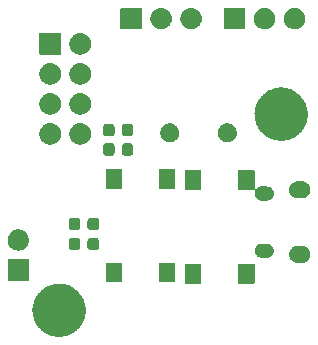
<source format=gbr>
G04 #@! TF.GenerationSoftware,KiCad,Pcbnew,(5.99.0-286-g11f0acefe)*
G04 #@! TF.CreationDate,2019-12-02T23:07:16-05:00*
G04 #@! TF.ProjectId,Controller,436f6e74-726f-46c6-9c65-722e6b696361,rev?*
G04 #@! TF.SameCoordinates,Original*
G04 #@! TF.FileFunction,Soldermask,Bot*
G04 #@! TF.FilePolarity,Negative*
%FSLAX46Y46*%
G04 Gerber Fmt 4.6, Leading zero omitted, Abs format (unit mm)*
G04 Created by KiCad (PCBNEW (5.99.0-286-g11f0acefe)) date 2019-12-02 23:07:16*
%MOMM*%
%LPD*%
G04 APERTURE LIST*
G04 APERTURE END LIST*
G36*
X131877542Y-64149111D02*
G01*
X131899506Y-64149130D01*
X132019500Y-64165034D01*
X132149510Y-64179617D01*
X132172187Y-64185271D01*
X132192022Y-64187900D01*
X132310493Y-64219755D01*
X132439660Y-64251960D01*
X132459540Y-64259831D01*
X132476975Y-64264519D01*
X132591663Y-64312142D01*
X132717694Y-64362041D01*
X132734639Y-64371511D01*
X132749490Y-64377678D01*
X132858170Y-64440551D01*
X132978726Y-64507927D01*
X132992679Y-64518365D01*
X133004910Y-64525441D01*
X133105502Y-64602768D01*
X133218171Y-64687055D01*
X133229205Y-64697860D01*
X133238852Y-64705276D01*
X133329208Y-64795790D01*
X133431822Y-64896277D01*
X133440114Y-64906891D01*
X133447318Y-64914107D01*
X133525475Y-65016148D01*
X133615925Y-65131919D01*
X133621740Y-65141830D01*
X133626746Y-65148366D01*
X133690964Y-65259819D01*
X133767246Y-65389838D01*
X133770933Y-65398609D01*
X133774060Y-65404036D01*
X133822838Y-65522087D01*
X133883126Y-65665506D01*
X133885099Y-65672767D01*
X133886747Y-65676756D01*
X133918943Y-65797335D01*
X133961529Y-65954078D01*
X133962262Y-65959571D01*
X133962867Y-65961837D01*
X133977739Y-66075565D01*
X134001078Y-66250484D01*
X134001005Y-66253484D01*
X134001128Y-66254427D01*
X134000870Y-66549506D01*
X133992165Y-66615183D01*
X133991087Y-66659303D01*
X133973921Y-66752833D01*
X133962100Y-66842022D01*
X133947772Y-66895311D01*
X133937106Y-66953423D01*
X133908348Y-67041929D01*
X133885481Y-67126975D01*
X133863569Y-67179744D01*
X133844699Y-67237820D01*
X133805358Y-67319931D01*
X133772322Y-67399490D01*
X133742740Y-67450624D01*
X133715491Y-67507498D01*
X133666737Y-67582003D01*
X133624559Y-67654910D01*
X133587369Y-67703289D01*
X133551752Y-67757718D01*
X133494885Y-67823599D01*
X133444724Y-67888852D01*
X133400165Y-67933333D01*
X133356358Y-67984084D01*
X133292772Y-68040538D01*
X133235893Y-68097318D01*
X133184378Y-68136775D01*
X133132742Y-68182620D01*
X133063896Y-68229057D01*
X133001634Y-68276746D01*
X132943733Y-68310108D01*
X132884832Y-68349837D01*
X132812249Y-68385868D01*
X132745964Y-68424060D01*
X132682405Y-68450323D01*
X132616985Y-68482797D01*
X132542182Y-68508262D01*
X132473244Y-68536747D01*
X132404914Y-68554992D01*
X132333906Y-68579165D01*
X132258359Y-68594124D01*
X132188163Y-68612867D01*
X132116125Y-68622287D01*
X132040568Y-68637248D01*
X131965693Y-68641959D01*
X131895573Y-68651128D01*
X131820983Y-68651063D01*
X131742125Y-68656024D01*
X131669278Y-68650930D01*
X131600494Y-68650870D01*
X131524639Y-68640816D01*
X131443821Y-68635165D01*
X131374244Y-68620883D01*
X131307978Y-68612100D01*
X131232214Y-68591728D01*
X131150895Y-68575036D01*
X131085708Y-68552335D01*
X131023025Y-68535481D01*
X130948786Y-68504654D01*
X130868496Y-68476694D01*
X130808653Y-68446465D01*
X130750510Y-68422322D01*
X130679276Y-68381112D01*
X130601583Y-68341867D01*
X130547907Y-68305114D01*
X130495090Y-68274559D01*
X130428312Y-68223225D01*
X130354847Y-68172923D01*
X130307985Y-68130729D01*
X130261148Y-68094724D01*
X130200290Y-68033760D01*
X130132622Y-67972831D01*
X130093037Y-67926318D01*
X130052682Y-67885893D01*
X129999146Y-67815997D01*
X129938813Y-67745106D01*
X129906799Y-67695431D01*
X129873254Y-67651634D01*
X129828346Y-67573695D01*
X129776825Y-67493749D01*
X129752511Y-67442079D01*
X129725940Y-67395964D01*
X129690857Y-67311058D01*
X129649503Y-67223176D01*
X129632840Y-67170646D01*
X129613253Y-67123244D01*
X129589059Y-67032632D01*
X129559084Y-66938141D01*
X129549859Y-66885826D01*
X129537133Y-66838163D01*
X129524727Y-66743288D01*
X129507158Y-66643651D01*
X129505017Y-66592562D01*
X129498872Y-66545573D01*
X129498957Y-66448001D01*
X129494635Y-66344880D01*
X129499090Y-66295926D01*
X129499130Y-66250494D01*
X129512199Y-66151888D01*
X129521738Y-66047078D01*
X129532186Y-66001092D01*
X129537900Y-65957978D01*
X129564220Y-65860090D01*
X129587988Y-65755476D01*
X129603733Y-65713138D01*
X129614519Y-65673025D01*
X129654105Y-65577693D01*
X129692222Y-65475198D01*
X129712503Y-65437055D01*
X129727678Y-65400510D01*
X129780297Y-65309554D01*
X129832610Y-65211168D01*
X129856597Y-65177663D01*
X129875441Y-65145090D01*
X129940627Y-65060292D01*
X130006684Y-64968024D01*
X130033534Y-64939432D01*
X130055276Y-64911148D01*
X130132264Y-64834294D01*
X130211386Y-64750038D01*
X130240251Y-64726497D01*
X130264107Y-64702682D01*
X130351900Y-64635438D01*
X130443120Y-64561041D01*
X130473160Y-64542560D01*
X130498366Y-64523254D01*
X130595744Y-64467146D01*
X130697814Y-64404352D01*
X130728224Y-64390812D01*
X130754036Y-64375940D01*
X130859559Y-64332338D01*
X130970994Y-64282724D01*
X131001021Y-64273887D01*
X131026756Y-64263253D01*
X131138815Y-64233332D01*
X131257861Y-64198295D01*
X131286829Y-64193811D01*
X131311837Y-64187133D01*
X131428547Y-64171871D01*
X131553373Y-64152547D01*
X131580702Y-64151975D01*
X131604427Y-64148872D01*
X131723818Y-64148976D01*
X131852341Y-64146284D01*
X131877542Y-64149111D01*
G37*
G36*
X148269899Y-62501959D02*
G01*
X148286769Y-62513231D01*
X148298041Y-62530101D01*
X148304448Y-62562312D01*
X148304448Y-64087688D01*
X148301999Y-64100000D01*
X148298041Y-64119899D01*
X148286769Y-64136769D01*
X148269899Y-64148041D01*
X148250000Y-64151999D01*
X148237688Y-64154448D01*
X146962312Y-64154448D01*
X146930101Y-64148041D01*
X146913231Y-64136769D01*
X146901959Y-64119899D01*
X146895552Y-64087688D01*
X146895552Y-62562312D01*
X146901959Y-62530101D01*
X146913231Y-62513231D01*
X146930101Y-62501959D01*
X146962312Y-62495552D01*
X148237688Y-62495552D01*
X148269899Y-62501959D01*
G37*
G36*
X143769899Y-62501959D02*
G01*
X143786769Y-62513231D01*
X143798041Y-62530101D01*
X143804448Y-62562312D01*
X143804448Y-64087688D01*
X143801999Y-64100000D01*
X143798041Y-64119899D01*
X143786769Y-64136769D01*
X143769899Y-64148041D01*
X143750000Y-64151999D01*
X143737688Y-64154448D01*
X142462312Y-64154448D01*
X142430101Y-64148041D01*
X142413231Y-64136769D01*
X142401959Y-64119899D01*
X142395552Y-64087688D01*
X142395552Y-62562312D01*
X142401959Y-62530101D01*
X142413231Y-62513231D01*
X142430101Y-62501959D01*
X142462312Y-62495552D01*
X143737688Y-62495552D01*
X143769899Y-62501959D01*
G37*
G36*
X141569899Y-62401959D02*
G01*
X141586769Y-62413231D01*
X141598041Y-62430101D01*
X141604448Y-62462312D01*
X141604448Y-63987688D01*
X141601999Y-64000000D01*
X141598041Y-64019899D01*
X141586769Y-64036769D01*
X141569899Y-64048041D01*
X141550000Y-64051999D01*
X141537688Y-64054448D01*
X140262312Y-64054448D01*
X140230101Y-64048041D01*
X140213231Y-64036769D01*
X140201959Y-64019899D01*
X140195552Y-63987688D01*
X140195552Y-62462312D01*
X140201959Y-62430101D01*
X140213231Y-62413231D01*
X140230101Y-62401959D01*
X140262312Y-62395552D01*
X141537688Y-62395552D01*
X141569899Y-62401959D01*
G37*
G36*
X137069899Y-62401959D02*
G01*
X137086769Y-62413231D01*
X137098041Y-62430101D01*
X137104448Y-62462312D01*
X137104448Y-63987688D01*
X137101999Y-64000000D01*
X137098041Y-64019899D01*
X137086769Y-64036769D01*
X137069899Y-64048041D01*
X137050000Y-64051999D01*
X137037688Y-64054448D01*
X135762312Y-64054448D01*
X135730101Y-64048041D01*
X135713231Y-64036769D01*
X135701959Y-64019899D01*
X135695552Y-63987688D01*
X135695552Y-62462312D01*
X135701959Y-62430101D01*
X135713231Y-62413231D01*
X135730101Y-62401959D01*
X135762312Y-62395552D01*
X137037688Y-62395552D01*
X137069899Y-62401959D01*
G37*
G36*
X129163649Y-62101959D02*
G01*
X129180519Y-62113231D01*
X129191791Y-62130101D01*
X129198198Y-62162312D01*
X129198198Y-63837688D01*
X129195749Y-63850000D01*
X129191791Y-63869899D01*
X129180519Y-63886769D01*
X129163649Y-63898041D01*
X129143750Y-63901999D01*
X129131438Y-63904448D01*
X127456062Y-63904448D01*
X127423851Y-63898041D01*
X127406981Y-63886769D01*
X127395709Y-63869899D01*
X127389302Y-63837688D01*
X127389302Y-62162312D01*
X127395709Y-62130101D01*
X127406981Y-62113231D01*
X127423851Y-62101959D01*
X127456062Y-62095552D01*
X129131438Y-62095552D01*
X129163649Y-62101959D01*
G37*
G36*
X152411822Y-60960654D02*
G01*
X152537309Y-60981428D01*
X152543609Y-60984366D01*
X152553536Y-60986152D01*
X152617682Y-61018907D01*
X152677055Y-61046593D01*
X152687418Y-61054516D01*
X152704309Y-61063141D01*
X152754762Y-61106004D01*
X152802365Y-61142399D01*
X152814489Y-61156746D01*
X152833327Y-61172750D01*
X152869153Y-61221431D01*
X152904182Y-61262883D01*
X152915612Y-61284563D01*
X152933669Y-61309099D01*
X152955086Y-61359433D01*
X152977749Y-61402417D01*
X152985776Y-61431558D01*
X152999953Y-61464876D01*
X153008243Y-61513124D01*
X153019638Y-61554491D01*
X153021519Y-61590385D01*
X153028622Y-61631723D01*
X153025946Y-61674861D01*
X153027893Y-61712016D01*
X153021093Y-61753096D01*
X153018140Y-61800690D01*
X153007276Y-61836561D01*
X153002131Y-61867639D01*
X152984552Y-61911590D01*
X152969068Y-61962713D01*
X152953125Y-61990160D01*
X152943550Y-62014100D01*
X152913753Y-62057945D01*
X152884038Y-62109103D01*
X152866161Y-62127974D01*
X152854888Y-62144562D01*
X152812254Y-62184879D01*
X152767612Y-62232004D01*
X152750687Y-62243101D01*
X152740279Y-62252943D01*
X152685171Y-62286055D01*
X152626036Y-62324826D01*
X152612419Y-62329769D01*
X152605069Y-62334185D01*
X152538958Y-62356434D01*
X152466903Y-62382588D01*
X152458239Y-62383598D01*
X152455568Y-62384497D01*
X152381689Y-62392523D01*
X152341138Y-62397251D01*
X151921283Y-62397251D01*
X151835678Y-62381848D01*
X151710191Y-62361074D01*
X151703891Y-62358136D01*
X151693964Y-62356350D01*
X151629818Y-62323595D01*
X151570445Y-62295909D01*
X151560082Y-62287986D01*
X151543191Y-62279361D01*
X151492738Y-62236498D01*
X151445135Y-62200103D01*
X151433011Y-62185756D01*
X151414173Y-62169752D01*
X151378347Y-62121071D01*
X151343318Y-62079619D01*
X151331888Y-62057939D01*
X151313831Y-62033403D01*
X151292414Y-61983069D01*
X151269751Y-61940085D01*
X151261724Y-61910944D01*
X151247547Y-61877626D01*
X151239257Y-61829378D01*
X151227862Y-61788011D01*
X151225981Y-61752117D01*
X151218878Y-61710779D01*
X151221554Y-61667641D01*
X151219607Y-61630486D01*
X151226407Y-61589406D01*
X151229360Y-61541812D01*
X151240224Y-61505941D01*
X151245369Y-61474863D01*
X151262948Y-61430912D01*
X151278432Y-61379789D01*
X151294375Y-61352342D01*
X151303950Y-61328402D01*
X151333747Y-61284557D01*
X151363462Y-61233399D01*
X151381339Y-61214528D01*
X151392612Y-61197940D01*
X151435246Y-61157623D01*
X151479888Y-61110498D01*
X151496813Y-61099401D01*
X151507221Y-61089559D01*
X151562329Y-61056447D01*
X151621464Y-61017676D01*
X151635081Y-61012733D01*
X151642431Y-61008317D01*
X151708542Y-60986068D01*
X151780597Y-60959914D01*
X151789261Y-60958904D01*
X151791932Y-60958005D01*
X151865811Y-60949979D01*
X151906362Y-60945251D01*
X152326217Y-60945251D01*
X152411822Y-60960654D01*
G37*
G36*
X149480642Y-60775720D02*
G01*
X149522576Y-60793090D01*
X149538178Y-60795897D01*
X149576092Y-60815257D01*
X149626843Y-60836279D01*
X149645904Y-60850905D01*
X149659485Y-60857840D01*
X149701877Y-60893854D01*
X149752388Y-60932613D01*
X149761544Y-60944545D01*
X149766286Y-60948574D01*
X149804958Y-61001124D01*
X149848722Y-61058158D01*
X149876909Y-61126207D01*
X149904226Y-61190405D01*
X149904740Y-61193396D01*
X149909281Y-61204359D01*
X149917988Y-61270498D01*
X149927960Y-61328531D01*
X149927213Y-61340569D01*
X149929936Y-61361251D01*
X149922360Y-61418801D01*
X149919282Y-61468405D01*
X149913174Y-61488572D01*
X149909281Y-61518143D01*
X149890448Y-61563610D01*
X149878660Y-61602531D01*
X149863553Y-61628540D01*
X149848722Y-61664344D01*
X149824173Y-61696338D01*
X149808268Y-61723719D01*
X149781393Y-61752089D01*
X149752388Y-61789889D01*
X149727477Y-61809004D01*
X149711890Y-61825458D01*
X149671660Y-61851834D01*
X149626843Y-61886223D01*
X149606105Y-61894813D01*
X149594687Y-61902299D01*
X149540886Y-61921828D01*
X149480642Y-61946782D01*
X149467300Y-61948539D01*
X149462951Y-61950117D01*
X149396168Y-61957903D01*
X149363142Y-61962251D01*
X148884358Y-61962251D01*
X148766858Y-61946782D01*
X148724924Y-61929412D01*
X148709322Y-61926605D01*
X148671408Y-61907245D01*
X148620657Y-61886223D01*
X148601596Y-61871597D01*
X148588015Y-61864662D01*
X148545623Y-61828648D01*
X148495112Y-61789889D01*
X148485956Y-61777957D01*
X148481214Y-61773928D01*
X148442542Y-61721378D01*
X148398778Y-61664344D01*
X148370591Y-61596295D01*
X148343274Y-61532097D01*
X148342760Y-61529106D01*
X148338219Y-61518143D01*
X148329512Y-61452004D01*
X148319540Y-61393971D01*
X148320287Y-61381933D01*
X148317564Y-61361251D01*
X148325140Y-61303701D01*
X148328218Y-61254097D01*
X148334326Y-61233930D01*
X148338219Y-61204359D01*
X148357052Y-61158892D01*
X148368840Y-61119971D01*
X148383947Y-61093962D01*
X148398778Y-61058158D01*
X148423327Y-61026164D01*
X148439232Y-60998783D01*
X148466107Y-60970413D01*
X148495112Y-60932613D01*
X148520023Y-60913498D01*
X148535610Y-60897044D01*
X148575840Y-60870668D01*
X148620657Y-60836279D01*
X148641395Y-60827689D01*
X148652813Y-60820203D01*
X148706614Y-60800674D01*
X148766858Y-60775720D01*
X148780200Y-60773963D01*
X148784549Y-60772385D01*
X148851332Y-60764599D01*
X148884358Y-60760251D01*
X149363142Y-60760251D01*
X149480642Y-60775720D01*
G37*
G36*
X128343652Y-59559283D02*
G01*
X128388387Y-59559595D01*
X128432210Y-59568590D01*
X128482110Y-59573835D01*
X128523882Y-59587408D01*
X128561473Y-59595124D01*
X128608601Y-59614935D01*
X128662238Y-59632363D01*
X128694849Y-59651191D01*
X128724364Y-59663598D01*
X128772051Y-59695763D01*
X128826261Y-59727061D01*
X128849576Y-59748054D01*
X128870851Y-59762404D01*
X128915933Y-59807802D01*
X128967011Y-59853793D01*
X128981753Y-59874083D01*
X128995358Y-59887784D01*
X129034393Y-59946537D01*
X129078336Y-60007019D01*
X129085971Y-60024168D01*
X129093138Y-60034955D01*
X129122615Y-60106472D01*
X129155371Y-60180042D01*
X129157961Y-60192225D01*
X129160474Y-60198323D01*
X129177042Y-60281997D01*
X129194749Y-60365301D01*
X129194749Y-60554699D01*
X129191865Y-60568269D01*
X129191780Y-60574331D01*
X129173092Y-60656585D01*
X129155371Y-60739958D01*
X129152879Y-60745555D01*
X129152828Y-60745780D01*
X129080960Y-60907197D01*
X129080828Y-60907385D01*
X129078336Y-60912981D01*
X129028230Y-60981946D01*
X128979107Y-61051582D01*
X128974335Y-61056126D01*
X128967011Y-61066207D01*
X128907146Y-61120110D01*
X128851146Y-61173438D01*
X128840214Y-61180376D01*
X128826261Y-61192939D01*
X128761514Y-61230321D01*
X128701961Y-61268114D01*
X128683959Y-61275097D01*
X128662238Y-61287637D01*
X128596865Y-61308878D01*
X128537218Y-61332014D01*
X128511950Y-61336469D01*
X128482110Y-61346165D01*
X128419845Y-61352709D01*
X128363210Y-61362695D01*
X128331209Y-61362025D01*
X128293750Y-61365962D01*
X128237652Y-61360066D01*
X128186549Y-61358996D01*
X128149073Y-61350756D01*
X128105390Y-61346165D01*
X128057667Y-61330659D01*
X128013975Y-61321052D01*
X127972980Y-61303142D01*
X127925262Y-61287637D01*
X127887223Y-61265675D01*
X127852060Y-61250313D01*
X127810087Y-61221141D01*
X127761239Y-61192939D01*
X127733254Y-61167741D01*
X127706965Y-61149470D01*
X127667007Y-61108092D01*
X127620489Y-61066207D01*
X127602046Y-61040823D01*
X127584223Y-61022366D01*
X127549571Y-60968597D01*
X127509164Y-60912981D01*
X127498962Y-60890066D01*
X127488504Y-60873839D01*
X127462539Y-60808261D01*
X127432129Y-60739958D01*
X127428226Y-60721596D01*
X127423457Y-60709551D01*
X127409490Y-60633448D01*
X127392751Y-60554699D01*
X127392751Y-60542246D01*
X127391561Y-60535762D01*
X127392751Y-60450535D01*
X127392751Y-60365301D01*
X127394025Y-60359308D01*
X127394028Y-60359077D01*
X127430765Y-60186246D01*
X127430855Y-60186036D01*
X127432129Y-60180042D01*
X127466792Y-60102188D01*
X127500372Y-60023839D01*
X127504098Y-60018397D01*
X127509164Y-60007019D01*
X127556496Y-59941872D01*
X127600202Y-59878041D01*
X127609456Y-59868979D01*
X127620489Y-59853793D01*
X127676047Y-59803769D01*
X127726443Y-59754417D01*
X127742598Y-59743846D01*
X127761239Y-59727061D01*
X127820776Y-59692687D01*
X127874301Y-59657662D01*
X127898090Y-59648050D01*
X127925262Y-59632363D01*
X127984795Y-59613019D01*
X128038126Y-59591472D01*
X128069570Y-59585474D01*
X128105390Y-59573835D01*
X128161494Y-59567938D01*
X128211695Y-59558362D01*
X128250062Y-59558630D01*
X128293750Y-59554038D01*
X128343652Y-59559283D01*
G37*
G36*
X133276231Y-60273001D02*
G01*
X133276964Y-60273001D01*
X133279829Y-60273571D01*
X133362918Y-60286731D01*
X133373760Y-60292255D01*
X133382215Y-60293937D01*
X133398768Y-60304998D01*
X133439054Y-60325524D01*
X133458316Y-60344786D01*
X133471443Y-60353557D01*
X133480214Y-60366684D01*
X133499476Y-60385946D01*
X133520002Y-60426232D01*
X133531063Y-60442785D01*
X133532745Y-60451240D01*
X133538269Y-60462082D01*
X133551429Y-60545171D01*
X133551999Y-60548036D01*
X133551999Y-60548769D01*
X133553194Y-60556314D01*
X133553194Y-61043686D01*
X133551999Y-61051231D01*
X133551999Y-61051964D01*
X133551429Y-61054829D01*
X133538269Y-61137918D01*
X133532745Y-61148760D01*
X133531063Y-61157215D01*
X133520002Y-61173768D01*
X133499476Y-61214054D01*
X133480214Y-61233316D01*
X133471443Y-61246443D01*
X133458316Y-61255214D01*
X133439054Y-61274476D01*
X133398768Y-61295002D01*
X133382215Y-61306063D01*
X133373760Y-61307745D01*
X133362918Y-61313269D01*
X133279829Y-61326429D01*
X133276964Y-61326999D01*
X133276231Y-61326999D01*
X133268686Y-61328194D01*
X132856314Y-61328194D01*
X132848769Y-61326999D01*
X132848036Y-61326999D01*
X132845171Y-61326429D01*
X132762082Y-61313269D01*
X132751240Y-61307745D01*
X132742785Y-61306063D01*
X132726232Y-61295002D01*
X132685946Y-61274476D01*
X132666684Y-61255214D01*
X132653557Y-61246443D01*
X132644786Y-61233316D01*
X132625524Y-61214054D01*
X132604998Y-61173768D01*
X132593937Y-61157215D01*
X132592255Y-61148760D01*
X132586731Y-61137918D01*
X132573571Y-61054829D01*
X132573001Y-61051964D01*
X132573001Y-61051231D01*
X132571806Y-61043686D01*
X132571806Y-60556314D01*
X132573001Y-60548769D01*
X132573001Y-60548036D01*
X132573571Y-60545171D01*
X132586731Y-60462082D01*
X132592255Y-60451240D01*
X132593937Y-60442785D01*
X132604998Y-60426232D01*
X132625524Y-60385946D01*
X132644786Y-60366684D01*
X132653557Y-60353557D01*
X132666684Y-60344786D01*
X132685946Y-60325524D01*
X132726232Y-60304998D01*
X132742785Y-60293937D01*
X132751240Y-60292255D01*
X132762082Y-60286731D01*
X132845171Y-60273571D01*
X132848036Y-60273001D01*
X132848769Y-60273001D01*
X132856314Y-60271806D01*
X133268686Y-60271806D01*
X133276231Y-60273001D01*
G37*
G36*
X134851231Y-60273001D02*
G01*
X134851964Y-60273001D01*
X134854829Y-60273571D01*
X134937918Y-60286731D01*
X134948760Y-60292255D01*
X134957215Y-60293937D01*
X134973768Y-60304998D01*
X135014054Y-60325524D01*
X135033316Y-60344786D01*
X135046443Y-60353557D01*
X135055214Y-60366684D01*
X135074476Y-60385946D01*
X135095002Y-60426232D01*
X135106063Y-60442785D01*
X135107745Y-60451240D01*
X135113269Y-60462082D01*
X135126429Y-60545171D01*
X135126999Y-60548036D01*
X135126999Y-60548769D01*
X135128194Y-60556314D01*
X135128194Y-61043686D01*
X135126999Y-61051231D01*
X135126999Y-61051964D01*
X135126429Y-61054829D01*
X135113269Y-61137918D01*
X135107745Y-61148760D01*
X135106063Y-61157215D01*
X135095002Y-61173768D01*
X135074476Y-61214054D01*
X135055214Y-61233316D01*
X135046443Y-61246443D01*
X135033316Y-61255214D01*
X135014054Y-61274476D01*
X134973768Y-61295002D01*
X134957215Y-61306063D01*
X134948760Y-61307745D01*
X134937918Y-61313269D01*
X134854829Y-61326429D01*
X134851964Y-61326999D01*
X134851231Y-61326999D01*
X134843686Y-61328194D01*
X134431314Y-61328194D01*
X134423769Y-61326999D01*
X134423036Y-61326999D01*
X134420171Y-61326429D01*
X134337082Y-61313269D01*
X134326240Y-61307745D01*
X134317785Y-61306063D01*
X134301232Y-61295002D01*
X134260946Y-61274476D01*
X134241684Y-61255214D01*
X134228557Y-61246443D01*
X134219786Y-61233316D01*
X134200524Y-61214054D01*
X134179998Y-61173768D01*
X134168937Y-61157215D01*
X134167255Y-61148760D01*
X134161731Y-61137918D01*
X134148571Y-61054829D01*
X134148001Y-61051964D01*
X134148001Y-61051231D01*
X134146806Y-61043686D01*
X134146806Y-60556314D01*
X134148001Y-60548769D01*
X134148001Y-60548036D01*
X134148571Y-60545171D01*
X134161731Y-60462082D01*
X134167255Y-60451240D01*
X134168937Y-60442785D01*
X134179998Y-60426232D01*
X134200524Y-60385946D01*
X134219786Y-60366684D01*
X134228557Y-60353557D01*
X134241684Y-60344786D01*
X134260946Y-60325524D01*
X134301232Y-60304998D01*
X134317785Y-60293937D01*
X134326240Y-60292255D01*
X134337082Y-60286731D01*
X134420171Y-60273571D01*
X134423036Y-60273001D01*
X134423769Y-60273001D01*
X134431314Y-60271806D01*
X134843686Y-60271806D01*
X134851231Y-60273001D01*
G37*
G36*
X134851231Y-58573001D02*
G01*
X134851964Y-58573001D01*
X134854829Y-58573571D01*
X134937918Y-58586731D01*
X134948760Y-58592255D01*
X134957215Y-58593937D01*
X134973768Y-58604998D01*
X135014054Y-58625524D01*
X135033316Y-58644786D01*
X135046443Y-58653557D01*
X135055214Y-58666684D01*
X135074476Y-58685946D01*
X135095002Y-58726232D01*
X135106063Y-58742785D01*
X135107745Y-58751240D01*
X135113269Y-58762082D01*
X135126429Y-58845171D01*
X135126999Y-58848036D01*
X135126999Y-58848769D01*
X135128194Y-58856314D01*
X135128194Y-59343686D01*
X135126999Y-59351231D01*
X135126999Y-59351964D01*
X135126429Y-59354829D01*
X135113269Y-59437918D01*
X135107745Y-59448760D01*
X135106063Y-59457215D01*
X135095002Y-59473768D01*
X135074476Y-59514054D01*
X135055214Y-59533316D01*
X135046443Y-59546443D01*
X135033316Y-59555214D01*
X135014054Y-59574476D01*
X134973768Y-59595002D01*
X134957215Y-59606063D01*
X134948760Y-59607745D01*
X134937918Y-59613269D01*
X134854829Y-59626429D01*
X134851964Y-59626999D01*
X134851231Y-59626999D01*
X134843686Y-59628194D01*
X134431314Y-59628194D01*
X134423769Y-59626999D01*
X134423036Y-59626999D01*
X134420171Y-59626429D01*
X134337082Y-59613269D01*
X134326240Y-59607745D01*
X134317785Y-59606063D01*
X134301232Y-59595002D01*
X134260946Y-59574476D01*
X134241684Y-59555214D01*
X134228557Y-59546443D01*
X134219786Y-59533316D01*
X134200524Y-59514054D01*
X134179998Y-59473768D01*
X134168937Y-59457215D01*
X134167255Y-59448760D01*
X134161731Y-59437918D01*
X134148571Y-59354829D01*
X134148001Y-59351964D01*
X134148001Y-59351231D01*
X134146806Y-59343686D01*
X134146806Y-58856314D01*
X134148001Y-58848769D01*
X134148001Y-58848036D01*
X134148571Y-58845171D01*
X134161731Y-58762082D01*
X134167255Y-58751240D01*
X134168937Y-58742785D01*
X134179998Y-58726232D01*
X134200524Y-58685946D01*
X134219786Y-58666684D01*
X134228557Y-58653557D01*
X134241684Y-58644786D01*
X134260946Y-58625524D01*
X134301232Y-58604998D01*
X134317785Y-58593937D01*
X134326240Y-58592255D01*
X134337082Y-58586731D01*
X134420171Y-58573571D01*
X134423036Y-58573001D01*
X134423769Y-58573001D01*
X134431314Y-58571806D01*
X134843686Y-58571806D01*
X134851231Y-58573001D01*
G37*
G36*
X133276231Y-58573001D02*
G01*
X133276964Y-58573001D01*
X133279829Y-58573571D01*
X133362918Y-58586731D01*
X133373760Y-58592255D01*
X133382215Y-58593937D01*
X133398768Y-58604998D01*
X133439054Y-58625524D01*
X133458316Y-58644786D01*
X133471443Y-58653557D01*
X133480214Y-58666684D01*
X133499476Y-58685946D01*
X133520002Y-58726232D01*
X133531063Y-58742785D01*
X133532745Y-58751240D01*
X133538269Y-58762082D01*
X133551429Y-58845171D01*
X133551999Y-58848036D01*
X133551999Y-58848769D01*
X133553194Y-58856314D01*
X133553194Y-59343686D01*
X133551999Y-59351231D01*
X133551999Y-59351964D01*
X133551429Y-59354829D01*
X133538269Y-59437918D01*
X133532745Y-59448760D01*
X133531063Y-59457215D01*
X133520002Y-59473768D01*
X133499476Y-59514054D01*
X133480214Y-59533316D01*
X133471443Y-59546443D01*
X133458316Y-59555214D01*
X133439054Y-59574476D01*
X133398768Y-59595002D01*
X133382215Y-59606063D01*
X133373760Y-59607745D01*
X133362918Y-59613269D01*
X133279829Y-59626429D01*
X133276964Y-59626999D01*
X133276231Y-59626999D01*
X133268686Y-59628194D01*
X132856314Y-59628194D01*
X132848769Y-59626999D01*
X132848036Y-59626999D01*
X132845171Y-59626429D01*
X132762082Y-59613269D01*
X132751240Y-59607745D01*
X132742785Y-59606063D01*
X132726232Y-59595002D01*
X132685946Y-59574476D01*
X132666684Y-59555214D01*
X132653557Y-59546443D01*
X132644786Y-59533316D01*
X132625524Y-59514054D01*
X132604998Y-59473768D01*
X132593937Y-59457215D01*
X132592255Y-59448760D01*
X132586731Y-59437918D01*
X132573571Y-59354829D01*
X132573001Y-59351964D01*
X132573001Y-59351231D01*
X132571806Y-59343686D01*
X132571806Y-58856314D01*
X132573001Y-58848769D01*
X132573001Y-58848036D01*
X132573571Y-58845171D01*
X132586731Y-58762082D01*
X132592255Y-58751240D01*
X132593937Y-58742785D01*
X132604998Y-58726232D01*
X132625524Y-58685946D01*
X132644786Y-58666684D01*
X132653557Y-58653557D01*
X132666684Y-58644786D01*
X132685946Y-58625524D01*
X132726232Y-58604998D01*
X132742785Y-58593937D01*
X132751240Y-58592255D01*
X132762082Y-58586731D01*
X132845171Y-58573571D01*
X132848036Y-58573001D01*
X132848769Y-58573001D01*
X132856314Y-58571806D01*
X133268686Y-58571806D01*
X133276231Y-58573001D01*
G37*
G36*
X148269899Y-54551959D02*
G01*
X148286769Y-54563231D01*
X148298041Y-54580101D01*
X148304448Y-54612312D01*
X148304448Y-55987355D01*
X148324291Y-56054935D01*
X148377521Y-56101058D01*
X148447236Y-56111082D01*
X148520193Y-56073320D01*
X148535613Y-56057043D01*
X148575834Y-56030673D01*
X148620657Y-55996279D01*
X148641395Y-55987689D01*
X148652813Y-55980203D01*
X148706614Y-55960674D01*
X148766858Y-55935720D01*
X148780200Y-55933963D01*
X148784549Y-55932385D01*
X148851332Y-55924599D01*
X148884358Y-55920251D01*
X149363142Y-55920251D01*
X149480642Y-55935720D01*
X149522576Y-55953090D01*
X149538178Y-55955897D01*
X149576092Y-55975257D01*
X149626843Y-55996279D01*
X149645904Y-56010905D01*
X149659485Y-56017840D01*
X149701877Y-56053854D01*
X149752388Y-56092613D01*
X149761544Y-56104545D01*
X149766286Y-56108574D01*
X149804958Y-56161124D01*
X149848722Y-56218158D01*
X149876909Y-56286207D01*
X149904226Y-56350405D01*
X149904740Y-56353396D01*
X149909281Y-56364359D01*
X149917988Y-56430498D01*
X149927960Y-56488531D01*
X149927213Y-56500569D01*
X149929936Y-56521251D01*
X149922360Y-56578801D01*
X149919282Y-56628405D01*
X149913174Y-56648572D01*
X149909281Y-56678143D01*
X149890448Y-56723610D01*
X149878660Y-56762531D01*
X149863553Y-56788540D01*
X149848722Y-56824344D01*
X149824173Y-56856338D01*
X149808268Y-56883719D01*
X149781393Y-56912089D01*
X149752388Y-56949889D01*
X149727477Y-56969004D01*
X149711890Y-56985458D01*
X149671660Y-57011834D01*
X149626843Y-57046223D01*
X149606105Y-57054813D01*
X149594687Y-57062299D01*
X149540886Y-57081828D01*
X149480642Y-57106782D01*
X149467300Y-57108539D01*
X149462951Y-57110117D01*
X149396168Y-57117903D01*
X149363142Y-57122251D01*
X148884358Y-57122251D01*
X148766858Y-57106782D01*
X148724924Y-57089412D01*
X148709322Y-57086605D01*
X148671408Y-57067245D01*
X148620657Y-57046223D01*
X148601596Y-57031597D01*
X148588015Y-57024662D01*
X148545623Y-56988648D01*
X148495112Y-56949889D01*
X148485956Y-56937957D01*
X148481214Y-56933928D01*
X148442542Y-56881378D01*
X148398778Y-56824344D01*
X148370591Y-56756295D01*
X148343274Y-56692097D01*
X148342760Y-56689106D01*
X148338219Y-56678143D01*
X148329512Y-56612004D01*
X148319540Y-56553971D01*
X148320287Y-56541933D01*
X148317564Y-56521251D01*
X148325140Y-56463701D01*
X148328218Y-56414097D01*
X148334326Y-56393930D01*
X148338219Y-56364359D01*
X148342991Y-56352838D01*
X148343480Y-56295250D01*
X148305906Y-56235678D01*
X148223250Y-56204448D01*
X146962312Y-56204448D01*
X146930101Y-56198041D01*
X146913231Y-56186769D01*
X146901959Y-56169899D01*
X146895552Y-56137688D01*
X146895552Y-54612312D01*
X146901959Y-54580101D01*
X146913231Y-54563231D01*
X146930101Y-54551959D01*
X146962312Y-54545552D01*
X148237688Y-54545552D01*
X148269899Y-54551959D01*
G37*
G36*
X152411822Y-55500654D02*
G01*
X152537309Y-55521428D01*
X152543609Y-55524366D01*
X152553536Y-55526152D01*
X152617682Y-55558907D01*
X152677055Y-55586593D01*
X152687418Y-55594516D01*
X152704309Y-55603141D01*
X152754762Y-55646004D01*
X152802365Y-55682399D01*
X152814489Y-55696746D01*
X152833327Y-55712750D01*
X152869153Y-55761431D01*
X152904182Y-55802883D01*
X152915612Y-55824563D01*
X152933669Y-55849099D01*
X152955086Y-55899433D01*
X152977749Y-55942417D01*
X152985776Y-55971558D01*
X152999953Y-56004876D01*
X153008243Y-56053124D01*
X153019638Y-56094491D01*
X153021519Y-56130385D01*
X153028622Y-56171723D01*
X153025946Y-56214861D01*
X153027893Y-56252016D01*
X153021093Y-56293096D01*
X153018140Y-56340690D01*
X153007276Y-56376561D01*
X153002131Y-56407639D01*
X152984552Y-56451590D01*
X152969068Y-56502713D01*
X152953125Y-56530160D01*
X152943550Y-56554100D01*
X152913753Y-56597945D01*
X152884038Y-56649103D01*
X152866161Y-56667974D01*
X152854888Y-56684562D01*
X152812254Y-56724879D01*
X152767612Y-56772004D01*
X152750687Y-56783101D01*
X152740279Y-56792943D01*
X152685171Y-56826055D01*
X152626036Y-56864826D01*
X152612419Y-56869769D01*
X152605069Y-56874185D01*
X152538958Y-56896434D01*
X152466903Y-56922588D01*
X152458239Y-56923598D01*
X152455568Y-56924497D01*
X152381689Y-56932523D01*
X152341138Y-56937251D01*
X151921283Y-56937251D01*
X151835678Y-56921848D01*
X151710191Y-56901074D01*
X151703891Y-56898136D01*
X151693964Y-56896350D01*
X151629818Y-56863595D01*
X151570445Y-56835909D01*
X151560082Y-56827986D01*
X151543191Y-56819361D01*
X151492738Y-56776498D01*
X151445135Y-56740103D01*
X151433011Y-56725756D01*
X151414173Y-56709752D01*
X151378347Y-56661071D01*
X151343318Y-56619619D01*
X151331888Y-56597939D01*
X151313831Y-56573403D01*
X151292414Y-56523069D01*
X151269751Y-56480085D01*
X151261724Y-56450944D01*
X151247547Y-56417626D01*
X151239257Y-56369378D01*
X151227862Y-56328011D01*
X151225981Y-56292117D01*
X151218878Y-56250779D01*
X151221554Y-56207641D01*
X151219607Y-56170486D01*
X151226407Y-56129406D01*
X151229360Y-56081812D01*
X151240224Y-56045941D01*
X151245369Y-56014863D01*
X151262948Y-55970912D01*
X151278432Y-55919789D01*
X151294375Y-55892342D01*
X151303950Y-55868402D01*
X151333747Y-55824557D01*
X151363462Y-55773399D01*
X151381339Y-55754528D01*
X151392612Y-55737940D01*
X151435246Y-55697623D01*
X151479888Y-55650498D01*
X151496813Y-55639401D01*
X151507221Y-55629559D01*
X151562329Y-55596447D01*
X151621464Y-55557676D01*
X151635081Y-55552733D01*
X151642431Y-55548317D01*
X151708542Y-55526068D01*
X151780597Y-55499914D01*
X151789261Y-55498904D01*
X151791932Y-55498005D01*
X151865811Y-55489979D01*
X151906362Y-55485251D01*
X152326217Y-55485251D01*
X152411822Y-55500654D01*
G37*
G36*
X143769899Y-54551959D02*
G01*
X143786769Y-54563231D01*
X143798041Y-54580101D01*
X143804448Y-54612312D01*
X143804448Y-56137688D01*
X143801999Y-56150000D01*
X143798041Y-56169899D01*
X143786769Y-56186769D01*
X143769899Y-56198041D01*
X143750000Y-56201999D01*
X143737688Y-56204448D01*
X142462312Y-56204448D01*
X142430101Y-56198041D01*
X142413231Y-56186769D01*
X142401959Y-56169899D01*
X142395552Y-56137688D01*
X142395552Y-54612312D01*
X142401959Y-54580101D01*
X142413231Y-54563231D01*
X142430101Y-54551959D01*
X142462312Y-54545552D01*
X143737688Y-54545552D01*
X143769899Y-54551959D01*
G37*
G36*
X141569899Y-54451959D02*
G01*
X141586769Y-54463231D01*
X141598041Y-54480101D01*
X141604448Y-54512312D01*
X141604448Y-56037688D01*
X141601999Y-56050000D01*
X141598041Y-56069899D01*
X141586769Y-56086769D01*
X141569899Y-56098041D01*
X141550000Y-56101999D01*
X141537688Y-56104448D01*
X140262312Y-56104448D01*
X140230101Y-56098041D01*
X140213231Y-56086769D01*
X140201959Y-56069899D01*
X140195552Y-56037688D01*
X140195552Y-54512312D01*
X140201959Y-54480101D01*
X140213231Y-54463231D01*
X140230101Y-54451959D01*
X140262312Y-54445552D01*
X141537688Y-54445552D01*
X141569899Y-54451959D01*
G37*
G36*
X137069899Y-54451959D02*
G01*
X137086769Y-54463231D01*
X137098041Y-54480101D01*
X137104448Y-54512312D01*
X137104448Y-56037688D01*
X137101999Y-56050000D01*
X137098041Y-56069899D01*
X137086769Y-56086769D01*
X137069899Y-56098041D01*
X137050000Y-56101999D01*
X137037688Y-56104448D01*
X135762312Y-56104448D01*
X135730101Y-56098041D01*
X135713231Y-56086769D01*
X135701959Y-56069899D01*
X135695552Y-56037688D01*
X135695552Y-54512312D01*
X135701959Y-54480101D01*
X135713231Y-54463231D01*
X135730101Y-54451959D01*
X135762312Y-54445552D01*
X137037688Y-54445552D01*
X137069899Y-54451959D01*
G37*
G36*
X136176231Y-52273001D02*
G01*
X136176964Y-52273001D01*
X136179829Y-52273571D01*
X136262918Y-52286731D01*
X136273760Y-52292255D01*
X136282215Y-52293937D01*
X136298768Y-52304998D01*
X136339054Y-52325524D01*
X136358316Y-52344786D01*
X136371443Y-52353557D01*
X136380214Y-52366684D01*
X136399476Y-52385946D01*
X136420002Y-52426232D01*
X136431063Y-52442785D01*
X136432745Y-52451240D01*
X136438269Y-52462082D01*
X136451429Y-52545171D01*
X136451999Y-52548036D01*
X136451999Y-52548769D01*
X136453194Y-52556314D01*
X136453194Y-53043686D01*
X136451999Y-53051231D01*
X136451999Y-53051964D01*
X136451429Y-53054829D01*
X136438269Y-53137918D01*
X136432745Y-53148760D01*
X136431063Y-53157215D01*
X136420002Y-53173768D01*
X136399476Y-53214054D01*
X136380214Y-53233316D01*
X136371443Y-53246443D01*
X136358316Y-53255214D01*
X136339054Y-53274476D01*
X136298768Y-53295002D01*
X136282215Y-53306063D01*
X136273760Y-53307745D01*
X136262918Y-53313269D01*
X136179829Y-53326429D01*
X136176964Y-53326999D01*
X136176231Y-53326999D01*
X136168686Y-53328194D01*
X135756314Y-53328194D01*
X135748769Y-53326999D01*
X135748036Y-53326999D01*
X135745171Y-53326429D01*
X135662082Y-53313269D01*
X135651240Y-53307745D01*
X135642785Y-53306063D01*
X135626232Y-53295002D01*
X135585946Y-53274476D01*
X135566684Y-53255214D01*
X135553557Y-53246443D01*
X135544786Y-53233316D01*
X135525524Y-53214054D01*
X135504998Y-53173768D01*
X135493937Y-53157215D01*
X135492255Y-53148760D01*
X135486731Y-53137918D01*
X135473571Y-53054829D01*
X135473001Y-53051964D01*
X135473001Y-53051231D01*
X135471806Y-53043686D01*
X135471806Y-52556314D01*
X135473001Y-52548769D01*
X135473001Y-52548036D01*
X135473571Y-52545171D01*
X135486731Y-52462082D01*
X135492255Y-52451240D01*
X135493937Y-52442785D01*
X135504998Y-52426232D01*
X135525524Y-52385946D01*
X135544786Y-52366684D01*
X135553557Y-52353557D01*
X135566684Y-52344786D01*
X135585946Y-52325524D01*
X135626232Y-52304998D01*
X135642785Y-52293937D01*
X135651240Y-52292255D01*
X135662082Y-52286731D01*
X135745171Y-52273571D01*
X135748036Y-52273001D01*
X135748769Y-52273001D01*
X135756314Y-52271806D01*
X136168686Y-52271806D01*
X136176231Y-52273001D01*
G37*
G36*
X137751231Y-52273001D02*
G01*
X137751964Y-52273001D01*
X137754829Y-52273571D01*
X137837918Y-52286731D01*
X137848760Y-52292255D01*
X137857215Y-52293937D01*
X137873768Y-52304998D01*
X137914054Y-52325524D01*
X137933316Y-52344786D01*
X137946443Y-52353557D01*
X137955214Y-52366684D01*
X137974476Y-52385946D01*
X137995002Y-52426232D01*
X138006063Y-52442785D01*
X138007745Y-52451240D01*
X138013269Y-52462082D01*
X138026429Y-52545171D01*
X138026999Y-52548036D01*
X138026999Y-52548769D01*
X138028194Y-52556314D01*
X138028194Y-53043686D01*
X138026999Y-53051231D01*
X138026999Y-53051964D01*
X138026429Y-53054829D01*
X138013269Y-53137918D01*
X138007745Y-53148760D01*
X138006063Y-53157215D01*
X137995002Y-53173768D01*
X137974476Y-53214054D01*
X137955214Y-53233316D01*
X137946443Y-53246443D01*
X137933316Y-53255214D01*
X137914054Y-53274476D01*
X137873768Y-53295002D01*
X137857215Y-53306063D01*
X137848760Y-53307745D01*
X137837918Y-53313269D01*
X137754829Y-53326429D01*
X137751964Y-53326999D01*
X137751231Y-53326999D01*
X137743686Y-53328194D01*
X137331314Y-53328194D01*
X137323769Y-53326999D01*
X137323036Y-53326999D01*
X137320171Y-53326429D01*
X137237082Y-53313269D01*
X137226240Y-53307745D01*
X137217785Y-53306063D01*
X137201232Y-53295002D01*
X137160946Y-53274476D01*
X137141684Y-53255214D01*
X137128557Y-53246443D01*
X137119786Y-53233316D01*
X137100524Y-53214054D01*
X137079998Y-53173768D01*
X137068937Y-53157215D01*
X137067255Y-53148760D01*
X137061731Y-53137918D01*
X137048571Y-53054829D01*
X137048001Y-53051964D01*
X137048001Y-53051231D01*
X137046806Y-53043686D01*
X137046806Y-52556314D01*
X137048001Y-52548769D01*
X137048001Y-52548036D01*
X137048571Y-52545171D01*
X137061731Y-52462082D01*
X137067255Y-52451240D01*
X137068937Y-52442785D01*
X137079998Y-52426232D01*
X137100524Y-52385946D01*
X137119786Y-52366684D01*
X137128557Y-52353557D01*
X137141684Y-52344786D01*
X137160946Y-52325524D01*
X137201232Y-52304998D01*
X137217785Y-52293937D01*
X137226240Y-52292255D01*
X137237082Y-52286731D01*
X137320171Y-52273571D01*
X137323036Y-52273001D01*
X137323769Y-52273001D01*
X137331314Y-52271806D01*
X137743686Y-52271806D01*
X137751231Y-52273001D01*
G37*
G36*
X131050655Y-50555687D02*
G01*
X131096064Y-50556004D01*
X131140544Y-50565135D01*
X131191203Y-50570459D01*
X131233616Y-50584240D01*
X131271765Y-50592071D01*
X131319591Y-50612175D01*
X131374050Y-50629870D01*
X131407156Y-50648984D01*
X131437112Y-50661576D01*
X131485514Y-50694223D01*
X131540549Y-50725998D01*
X131564220Y-50747312D01*
X131585814Y-50761877D01*
X131631577Y-50807960D01*
X131683423Y-50854643D01*
X131698385Y-50875236D01*
X131712197Y-50889145D01*
X131751831Y-50948799D01*
X131796429Y-51010182D01*
X131804177Y-51027585D01*
X131811458Y-51038543D01*
X131841397Y-51111181D01*
X131874627Y-51185817D01*
X131877255Y-51198181D01*
X131879806Y-51204370D01*
X131896621Y-51289292D01*
X131914599Y-51373872D01*
X131914599Y-51566128D01*
X131911674Y-51579889D01*
X131911588Y-51586044D01*
X131892622Y-51669521D01*
X131874627Y-51754183D01*
X131872096Y-51759868D01*
X131872044Y-51760096D01*
X131799094Y-51923945D01*
X131798958Y-51924138D01*
X131796429Y-51929818D01*
X131745585Y-51999798D01*
X131695702Y-52070512D01*
X131690855Y-52075128D01*
X131683423Y-52085357D01*
X131622674Y-52140056D01*
X131565810Y-52194207D01*
X131554710Y-52201251D01*
X131540549Y-52214002D01*
X131474834Y-52251942D01*
X131414369Y-52290315D01*
X131396092Y-52297404D01*
X131374050Y-52310130D01*
X131307708Y-52331686D01*
X131247147Y-52355176D01*
X131221491Y-52359700D01*
X131191203Y-52369541D01*
X131128004Y-52376183D01*
X131070509Y-52386321D01*
X131038022Y-52385641D01*
X131000000Y-52389637D01*
X130943058Y-52383652D01*
X130891181Y-52382566D01*
X130853138Y-52374201D01*
X130808797Y-52369541D01*
X130760355Y-52353801D01*
X130716006Y-52344050D01*
X130674395Y-52325871D01*
X130625950Y-52310130D01*
X130587335Y-52287836D01*
X130551642Y-52272242D01*
X130509034Y-52242629D01*
X130459451Y-52214002D01*
X130431045Y-52188425D01*
X130404358Y-52169877D01*
X130363795Y-52127873D01*
X130316577Y-52085357D01*
X130297857Y-52059591D01*
X130279761Y-52040852D01*
X130244581Y-51986263D01*
X130203571Y-51929818D01*
X130193216Y-51906560D01*
X130182599Y-51890086D01*
X130156240Y-51823511D01*
X130125373Y-51754183D01*
X130121411Y-51735545D01*
X130116572Y-51723322D01*
X130102398Y-51646094D01*
X130085401Y-51566128D01*
X130085401Y-51553483D01*
X130084193Y-51546901D01*
X130085401Y-51460378D01*
X130085401Y-51373872D01*
X130086694Y-51367790D01*
X130086697Y-51367553D01*
X130123987Y-51192117D01*
X130124080Y-51191900D01*
X130125373Y-51185817D01*
X130160557Y-51106793D01*
X130194649Y-51027250D01*
X130198431Y-51021727D01*
X130203571Y-51010182D01*
X130251598Y-50944078D01*
X130295982Y-50879258D01*
X130305379Y-50870056D01*
X130316577Y-50854643D01*
X130372955Y-50803880D01*
X130424128Y-50753767D01*
X130440533Y-50743032D01*
X130459451Y-50725998D01*
X130519882Y-50691108D01*
X130574220Y-50655551D01*
X130598367Y-50645795D01*
X130625950Y-50629870D01*
X130686384Y-50610234D01*
X130740518Y-50588362D01*
X130772437Y-50582273D01*
X130808797Y-50570459D01*
X130865745Y-50564474D01*
X130916707Y-50554752D01*
X130955654Y-50555024D01*
X131000000Y-50550363D01*
X131050655Y-50555687D01*
G37*
G36*
X133590655Y-50555687D02*
G01*
X133636064Y-50556004D01*
X133680544Y-50565135D01*
X133731203Y-50570459D01*
X133773616Y-50584240D01*
X133811765Y-50592071D01*
X133859591Y-50612175D01*
X133914050Y-50629870D01*
X133947156Y-50648984D01*
X133977112Y-50661576D01*
X134025514Y-50694223D01*
X134080549Y-50725998D01*
X134104220Y-50747312D01*
X134125814Y-50761877D01*
X134171577Y-50807960D01*
X134223423Y-50854643D01*
X134238385Y-50875236D01*
X134252197Y-50889145D01*
X134291831Y-50948799D01*
X134336429Y-51010182D01*
X134344177Y-51027585D01*
X134351458Y-51038543D01*
X134381397Y-51111181D01*
X134414627Y-51185817D01*
X134417255Y-51198181D01*
X134419806Y-51204370D01*
X134436621Y-51289292D01*
X134454599Y-51373872D01*
X134454599Y-51566128D01*
X134451674Y-51579889D01*
X134451588Y-51586044D01*
X134432622Y-51669521D01*
X134414627Y-51754183D01*
X134412096Y-51759868D01*
X134412044Y-51760096D01*
X134339094Y-51923945D01*
X134338958Y-51924138D01*
X134336429Y-51929818D01*
X134285585Y-51999798D01*
X134235702Y-52070512D01*
X134230855Y-52075128D01*
X134223423Y-52085357D01*
X134162674Y-52140056D01*
X134105810Y-52194207D01*
X134094710Y-52201251D01*
X134080549Y-52214002D01*
X134014834Y-52251942D01*
X133954369Y-52290315D01*
X133936092Y-52297404D01*
X133914050Y-52310130D01*
X133847708Y-52331686D01*
X133787147Y-52355176D01*
X133761491Y-52359700D01*
X133731203Y-52369541D01*
X133668004Y-52376183D01*
X133610509Y-52386321D01*
X133578022Y-52385641D01*
X133540000Y-52389637D01*
X133483058Y-52383652D01*
X133431181Y-52382566D01*
X133393138Y-52374201D01*
X133348797Y-52369541D01*
X133300355Y-52353801D01*
X133256006Y-52344050D01*
X133214395Y-52325871D01*
X133165950Y-52310130D01*
X133127335Y-52287836D01*
X133091642Y-52272242D01*
X133049034Y-52242629D01*
X132999451Y-52214002D01*
X132971045Y-52188425D01*
X132944358Y-52169877D01*
X132903795Y-52127873D01*
X132856577Y-52085357D01*
X132837857Y-52059591D01*
X132819761Y-52040852D01*
X132784581Y-51986263D01*
X132743571Y-51929818D01*
X132733216Y-51906560D01*
X132722599Y-51890086D01*
X132696240Y-51823511D01*
X132665373Y-51754183D01*
X132661411Y-51735545D01*
X132656572Y-51723322D01*
X132642398Y-51646094D01*
X132625401Y-51566128D01*
X132625401Y-51553483D01*
X132624193Y-51546901D01*
X132625401Y-51460378D01*
X132625401Y-51373872D01*
X132626694Y-51367790D01*
X132626697Y-51367553D01*
X132663987Y-51192117D01*
X132664080Y-51191900D01*
X132665373Y-51185817D01*
X132700557Y-51106793D01*
X132734649Y-51027250D01*
X132738431Y-51021727D01*
X132743571Y-51010182D01*
X132791598Y-50944078D01*
X132835982Y-50879258D01*
X132845379Y-50870056D01*
X132856577Y-50854643D01*
X132912955Y-50803880D01*
X132964128Y-50753767D01*
X132980533Y-50743032D01*
X132999451Y-50725998D01*
X133059882Y-50691108D01*
X133114220Y-50655551D01*
X133138367Y-50645795D01*
X133165950Y-50629870D01*
X133226384Y-50610234D01*
X133280518Y-50588362D01*
X133312437Y-50582273D01*
X133348797Y-50570459D01*
X133405745Y-50564474D01*
X133456707Y-50554752D01*
X133495654Y-50555024D01*
X133540000Y-50550363D01*
X133590655Y-50555687D01*
G37*
G36*
X141158058Y-50580495D02*
G01*
X141209192Y-50580852D01*
X141247958Y-50589945D01*
X141281203Y-50593439D01*
X141328825Y-50608912D01*
X141384147Y-50621888D01*
X141414852Y-50636864D01*
X141441343Y-50645471D01*
X141489468Y-50673256D01*
X141545663Y-50700664D01*
X141567882Y-50718528D01*
X141587157Y-50729657D01*
X141632493Y-50770477D01*
X141685712Y-50813267D01*
X141699909Y-50831179D01*
X141712289Y-50842326D01*
X141751285Y-50895999D01*
X141797334Y-50954099D01*
X141804765Y-50969610D01*
X141811256Y-50978543D01*
X141840290Y-51043754D01*
X141874982Y-51116161D01*
X141877539Y-51127417D01*
X141879741Y-51132362D01*
X141895395Y-51206009D01*
X141914795Y-51291398D01*
X141914718Y-51296917D01*
X141914749Y-51297063D01*
X141914749Y-51465437D01*
X141912196Y-51477447D01*
X141911973Y-51493433D01*
X141893531Y-51565258D01*
X141879741Y-51630138D01*
X141872967Y-51645353D01*
X141867283Y-51667490D01*
X141836071Y-51728222D01*
X141811256Y-51783957D01*
X141798172Y-51801966D01*
X141785141Y-51827321D01*
X141744955Y-51875213D01*
X141712289Y-51920174D01*
X141691589Y-51938813D01*
X141669630Y-51964982D01*
X141624372Y-51999335D01*
X141587157Y-52032843D01*
X141558201Y-52049561D01*
X141526491Y-52073630D01*
X141479927Y-52094752D01*
X141441343Y-52117029D01*
X141404250Y-52129081D01*
X141362839Y-52147866D01*
X141318291Y-52157011D01*
X141281203Y-52169061D01*
X141236903Y-52173717D01*
X141186806Y-52184001D01*
X141147000Y-52183167D01*
X141113750Y-52186662D01*
X141063946Y-52181427D01*
X141007142Y-52180237D01*
X140973994Y-52171972D01*
X140946297Y-52169061D01*
X140893454Y-52151891D01*
X140832777Y-52136763D01*
X140807328Y-52123908D01*
X140786157Y-52117029D01*
X140733322Y-52086524D01*
X140672377Y-52055739D01*
X140654767Y-52041171D01*
X140640343Y-52032843D01*
X140591052Y-51988461D01*
X140533913Y-51941192D01*
X140523417Y-51927563D01*
X140515211Y-51920174D01*
X140473251Y-51862421D01*
X140424268Y-51798815D01*
X140419427Y-51788338D01*
X140416244Y-51783957D01*
X140385604Y-51715140D01*
X140348891Y-51635685D01*
X140311529Y-51459908D01*
X140312751Y-51372393D01*
X140312751Y-51297063D01*
X140313877Y-51291766D01*
X140314038Y-51280223D01*
X140332920Y-51202176D01*
X140347759Y-51132362D01*
X140352250Y-51122276D01*
X140356294Y-51105559D01*
X140389264Y-51039141D01*
X140416244Y-50978543D01*
X140426033Y-50965070D01*
X140436196Y-50944596D01*
X140479354Y-50891680D01*
X140515211Y-50842326D01*
X140531754Y-50827431D01*
X140549774Y-50805336D01*
X140599048Y-50766839D01*
X140640343Y-50729657D01*
X140664463Y-50715731D01*
X140691382Y-50694700D01*
X140742789Y-50670510D01*
X140786157Y-50645471D01*
X140817953Y-50635140D01*
X140853982Y-50618186D01*
X140903933Y-50607204D01*
X140946297Y-50593439D01*
X140985081Y-50589362D01*
X141029493Y-50579598D01*
X141074959Y-50579915D01*
X141113750Y-50575838D01*
X141158058Y-50580495D01*
G37*
G36*
X146038058Y-50580495D02*
G01*
X146089192Y-50580852D01*
X146127958Y-50589945D01*
X146161203Y-50593439D01*
X146208825Y-50608912D01*
X146264147Y-50621888D01*
X146294852Y-50636864D01*
X146321343Y-50645471D01*
X146369468Y-50673256D01*
X146425663Y-50700664D01*
X146447882Y-50718528D01*
X146467157Y-50729657D01*
X146512493Y-50770477D01*
X146565712Y-50813267D01*
X146579909Y-50831179D01*
X146592289Y-50842326D01*
X146631285Y-50895999D01*
X146677334Y-50954099D01*
X146684765Y-50969610D01*
X146691256Y-50978543D01*
X146720290Y-51043754D01*
X146754982Y-51116161D01*
X146757539Y-51127417D01*
X146759741Y-51132362D01*
X146775395Y-51206009D01*
X146794795Y-51291398D01*
X146794718Y-51296917D01*
X146794749Y-51297063D01*
X146794749Y-51465437D01*
X146792196Y-51477447D01*
X146791973Y-51493433D01*
X146773531Y-51565258D01*
X146759741Y-51630138D01*
X146752967Y-51645353D01*
X146747283Y-51667490D01*
X146716071Y-51728222D01*
X146691256Y-51783957D01*
X146678172Y-51801966D01*
X146665141Y-51827321D01*
X146624955Y-51875213D01*
X146592289Y-51920174D01*
X146571589Y-51938813D01*
X146549630Y-51964982D01*
X146504372Y-51999335D01*
X146467157Y-52032843D01*
X146438201Y-52049561D01*
X146406491Y-52073630D01*
X146359927Y-52094752D01*
X146321343Y-52117029D01*
X146284250Y-52129081D01*
X146242839Y-52147866D01*
X146198291Y-52157011D01*
X146161203Y-52169061D01*
X146116903Y-52173717D01*
X146066806Y-52184001D01*
X146027000Y-52183167D01*
X145993750Y-52186662D01*
X145943946Y-52181427D01*
X145887142Y-52180237D01*
X145853994Y-52171972D01*
X145826297Y-52169061D01*
X145773454Y-52151891D01*
X145712777Y-52136763D01*
X145687328Y-52123908D01*
X145666157Y-52117029D01*
X145613322Y-52086524D01*
X145552377Y-52055739D01*
X145534767Y-52041171D01*
X145520343Y-52032843D01*
X145471052Y-51988461D01*
X145413913Y-51941192D01*
X145403417Y-51927563D01*
X145395211Y-51920174D01*
X145353251Y-51862421D01*
X145304268Y-51798815D01*
X145299427Y-51788338D01*
X145296244Y-51783957D01*
X145265604Y-51715140D01*
X145228891Y-51635685D01*
X145191529Y-51459908D01*
X145192751Y-51372393D01*
X145192751Y-51297063D01*
X145193877Y-51291766D01*
X145194038Y-51280223D01*
X145212920Y-51202176D01*
X145227759Y-51132362D01*
X145232250Y-51122276D01*
X145236294Y-51105559D01*
X145269264Y-51039141D01*
X145296244Y-50978543D01*
X145306033Y-50965070D01*
X145316196Y-50944596D01*
X145359354Y-50891680D01*
X145395211Y-50842326D01*
X145411754Y-50827431D01*
X145429774Y-50805336D01*
X145479048Y-50766839D01*
X145520343Y-50729657D01*
X145544463Y-50715731D01*
X145571382Y-50694700D01*
X145622789Y-50670510D01*
X145666157Y-50645471D01*
X145697953Y-50635140D01*
X145733982Y-50618186D01*
X145783933Y-50607204D01*
X145826297Y-50593439D01*
X145865081Y-50589362D01*
X145909493Y-50579598D01*
X145954959Y-50579915D01*
X145993750Y-50575838D01*
X146038058Y-50580495D01*
G37*
G36*
X150677542Y-47549111D02*
G01*
X150699506Y-47549130D01*
X150819500Y-47565034D01*
X150949510Y-47579617D01*
X150972187Y-47585271D01*
X150992022Y-47587900D01*
X151110493Y-47619755D01*
X151239660Y-47651960D01*
X151259540Y-47659831D01*
X151276975Y-47664519D01*
X151391663Y-47712142D01*
X151517694Y-47762041D01*
X151534639Y-47771511D01*
X151549490Y-47777678D01*
X151658170Y-47840551D01*
X151778726Y-47907927D01*
X151792679Y-47918365D01*
X151804910Y-47925441D01*
X151905502Y-48002768D01*
X152018171Y-48087055D01*
X152029205Y-48097860D01*
X152038852Y-48105276D01*
X152129208Y-48195790D01*
X152231822Y-48296277D01*
X152240114Y-48306891D01*
X152247318Y-48314107D01*
X152325475Y-48416148D01*
X152415925Y-48531919D01*
X152421740Y-48541830D01*
X152426746Y-48548366D01*
X152490964Y-48659819D01*
X152567246Y-48789838D01*
X152570933Y-48798609D01*
X152574060Y-48804036D01*
X152622838Y-48922087D01*
X152683126Y-49065506D01*
X152685099Y-49072767D01*
X152686747Y-49076756D01*
X152718943Y-49197335D01*
X152761529Y-49354078D01*
X152762262Y-49359571D01*
X152762867Y-49361837D01*
X152777739Y-49475565D01*
X152801078Y-49650484D01*
X152801005Y-49653484D01*
X152801128Y-49654427D01*
X152800870Y-49949506D01*
X152792165Y-50015183D01*
X152791087Y-50059303D01*
X152773921Y-50152833D01*
X152762100Y-50242022D01*
X152747772Y-50295311D01*
X152737106Y-50353423D01*
X152708348Y-50441929D01*
X152685481Y-50526975D01*
X152663569Y-50579744D01*
X152644699Y-50637820D01*
X152605358Y-50719931D01*
X152572322Y-50799490D01*
X152542740Y-50850624D01*
X152515491Y-50907498D01*
X152466737Y-50982003D01*
X152424559Y-51054910D01*
X152387369Y-51103289D01*
X152351752Y-51157718D01*
X152294885Y-51223599D01*
X152244724Y-51288852D01*
X152200165Y-51333333D01*
X152156358Y-51384084D01*
X152092772Y-51440538D01*
X152035893Y-51497318D01*
X151984378Y-51536775D01*
X151932742Y-51582620D01*
X151863896Y-51629057D01*
X151801634Y-51676746D01*
X151743733Y-51710108D01*
X151684832Y-51749837D01*
X151612249Y-51785868D01*
X151545964Y-51824060D01*
X151482405Y-51850323D01*
X151416985Y-51882797D01*
X151342182Y-51908262D01*
X151273244Y-51936747D01*
X151204914Y-51954992D01*
X151133906Y-51979165D01*
X151058359Y-51994124D01*
X150988163Y-52012867D01*
X150916125Y-52022287D01*
X150840568Y-52037248D01*
X150765693Y-52041959D01*
X150695573Y-52051128D01*
X150620983Y-52051063D01*
X150542125Y-52056024D01*
X150469278Y-52050930D01*
X150400494Y-52050870D01*
X150324639Y-52040816D01*
X150243821Y-52035165D01*
X150174244Y-52020883D01*
X150107978Y-52012100D01*
X150032214Y-51991728D01*
X149950895Y-51975036D01*
X149885708Y-51952335D01*
X149823025Y-51935481D01*
X149748786Y-51904654D01*
X149668496Y-51876694D01*
X149608653Y-51846465D01*
X149550510Y-51822322D01*
X149479276Y-51781112D01*
X149401583Y-51741867D01*
X149347907Y-51705114D01*
X149295090Y-51674559D01*
X149228312Y-51623225D01*
X149154847Y-51572923D01*
X149107985Y-51530729D01*
X149061148Y-51494724D01*
X149000290Y-51433760D01*
X148932622Y-51372831D01*
X148893037Y-51326318D01*
X148852682Y-51285893D01*
X148799146Y-51215997D01*
X148738813Y-51145106D01*
X148706799Y-51095431D01*
X148673254Y-51051634D01*
X148628346Y-50973695D01*
X148576825Y-50893749D01*
X148552511Y-50842079D01*
X148525940Y-50795964D01*
X148490857Y-50711058D01*
X148449503Y-50623176D01*
X148432840Y-50570646D01*
X148413253Y-50523244D01*
X148389059Y-50432632D01*
X148359084Y-50338141D01*
X148349859Y-50285826D01*
X148337133Y-50238163D01*
X148324727Y-50143288D01*
X148307158Y-50043651D01*
X148305017Y-49992562D01*
X148298872Y-49945573D01*
X148298957Y-49848001D01*
X148294635Y-49744880D01*
X148299090Y-49695926D01*
X148299130Y-49650494D01*
X148312199Y-49551888D01*
X148321738Y-49447078D01*
X148332186Y-49401092D01*
X148337900Y-49357978D01*
X148364220Y-49260090D01*
X148387988Y-49155476D01*
X148403733Y-49113138D01*
X148414519Y-49073025D01*
X148454105Y-48977693D01*
X148492222Y-48875198D01*
X148512503Y-48837055D01*
X148527678Y-48800510D01*
X148580297Y-48709554D01*
X148632610Y-48611168D01*
X148656597Y-48577663D01*
X148675441Y-48545090D01*
X148740627Y-48460292D01*
X148806684Y-48368024D01*
X148833534Y-48339432D01*
X148855276Y-48311148D01*
X148932264Y-48234294D01*
X149011386Y-48150038D01*
X149040251Y-48126497D01*
X149064107Y-48102682D01*
X149151900Y-48035438D01*
X149243120Y-47961041D01*
X149273160Y-47942560D01*
X149298366Y-47923254D01*
X149395744Y-47867146D01*
X149497814Y-47804352D01*
X149528224Y-47790812D01*
X149554036Y-47775940D01*
X149659559Y-47732338D01*
X149770994Y-47682724D01*
X149801021Y-47673887D01*
X149826756Y-47663253D01*
X149938815Y-47633332D01*
X150057861Y-47598295D01*
X150086829Y-47593811D01*
X150111837Y-47587133D01*
X150228547Y-47571871D01*
X150353373Y-47552547D01*
X150380702Y-47551975D01*
X150404427Y-47548872D01*
X150523818Y-47548976D01*
X150652341Y-47546284D01*
X150677542Y-47549111D01*
G37*
G36*
X136176231Y-50623001D02*
G01*
X136176964Y-50623001D01*
X136179829Y-50623571D01*
X136262918Y-50636731D01*
X136273760Y-50642255D01*
X136282215Y-50643937D01*
X136298768Y-50654998D01*
X136339054Y-50675524D01*
X136358316Y-50694786D01*
X136371443Y-50703557D01*
X136380214Y-50716684D01*
X136399476Y-50735946D01*
X136420002Y-50776232D01*
X136431063Y-50792785D01*
X136432745Y-50801240D01*
X136438269Y-50812082D01*
X136451429Y-50895171D01*
X136451999Y-50898036D01*
X136451999Y-50898769D01*
X136453194Y-50906314D01*
X136453194Y-51393686D01*
X136451999Y-51401231D01*
X136451999Y-51401964D01*
X136451429Y-51404829D01*
X136438269Y-51487918D01*
X136432745Y-51498760D01*
X136431063Y-51507215D01*
X136420002Y-51523768D01*
X136399476Y-51564054D01*
X136380214Y-51583316D01*
X136371443Y-51596443D01*
X136358316Y-51605214D01*
X136339054Y-51624476D01*
X136298768Y-51645002D01*
X136282215Y-51656063D01*
X136273760Y-51657745D01*
X136262918Y-51663269D01*
X136179829Y-51676429D01*
X136176964Y-51676999D01*
X136176231Y-51676999D01*
X136168686Y-51678194D01*
X135756314Y-51678194D01*
X135748769Y-51676999D01*
X135748036Y-51676999D01*
X135745171Y-51676429D01*
X135662082Y-51663269D01*
X135651240Y-51657745D01*
X135642785Y-51656063D01*
X135626232Y-51645002D01*
X135585946Y-51624476D01*
X135566684Y-51605214D01*
X135553557Y-51596443D01*
X135544786Y-51583316D01*
X135525524Y-51564054D01*
X135504998Y-51523768D01*
X135493937Y-51507215D01*
X135492255Y-51498760D01*
X135486731Y-51487918D01*
X135473571Y-51404829D01*
X135473001Y-51401964D01*
X135473001Y-51401231D01*
X135471806Y-51393686D01*
X135471806Y-50906314D01*
X135473001Y-50898769D01*
X135473001Y-50898036D01*
X135473571Y-50895171D01*
X135486731Y-50812082D01*
X135492255Y-50801240D01*
X135493937Y-50792785D01*
X135504998Y-50776232D01*
X135525524Y-50735946D01*
X135544786Y-50716684D01*
X135553557Y-50703557D01*
X135566684Y-50694786D01*
X135585946Y-50675524D01*
X135626232Y-50654998D01*
X135642785Y-50643937D01*
X135651240Y-50642255D01*
X135662082Y-50636731D01*
X135745171Y-50623571D01*
X135748036Y-50623001D01*
X135748769Y-50623001D01*
X135756314Y-50621806D01*
X136168686Y-50621806D01*
X136176231Y-50623001D01*
G37*
G36*
X137751231Y-50623001D02*
G01*
X137751964Y-50623001D01*
X137754829Y-50623571D01*
X137837918Y-50636731D01*
X137848760Y-50642255D01*
X137857215Y-50643937D01*
X137873768Y-50654998D01*
X137914054Y-50675524D01*
X137933316Y-50694786D01*
X137946443Y-50703557D01*
X137955214Y-50716684D01*
X137974476Y-50735946D01*
X137995002Y-50776232D01*
X138006063Y-50792785D01*
X138007745Y-50801240D01*
X138013269Y-50812082D01*
X138026429Y-50895171D01*
X138026999Y-50898036D01*
X138026999Y-50898769D01*
X138028194Y-50906314D01*
X138028194Y-51393686D01*
X138026999Y-51401231D01*
X138026999Y-51401964D01*
X138026429Y-51404829D01*
X138013269Y-51487918D01*
X138007745Y-51498760D01*
X138006063Y-51507215D01*
X137995002Y-51523768D01*
X137974476Y-51564054D01*
X137955214Y-51583316D01*
X137946443Y-51596443D01*
X137933316Y-51605214D01*
X137914054Y-51624476D01*
X137873768Y-51645002D01*
X137857215Y-51656063D01*
X137848760Y-51657745D01*
X137837918Y-51663269D01*
X137754829Y-51676429D01*
X137751964Y-51676999D01*
X137751231Y-51676999D01*
X137743686Y-51678194D01*
X137331314Y-51678194D01*
X137323769Y-51676999D01*
X137323036Y-51676999D01*
X137320171Y-51676429D01*
X137237082Y-51663269D01*
X137226240Y-51657745D01*
X137217785Y-51656063D01*
X137201232Y-51645002D01*
X137160946Y-51624476D01*
X137141684Y-51605214D01*
X137128557Y-51596443D01*
X137119786Y-51583316D01*
X137100524Y-51564054D01*
X137079998Y-51523768D01*
X137068937Y-51507215D01*
X137067255Y-51498760D01*
X137061731Y-51487918D01*
X137048571Y-51404829D01*
X137048001Y-51401964D01*
X137048001Y-51401231D01*
X137046806Y-51393686D01*
X137046806Y-50906314D01*
X137048001Y-50898769D01*
X137048001Y-50898036D01*
X137048571Y-50895171D01*
X137061731Y-50812082D01*
X137067255Y-50801240D01*
X137068937Y-50792785D01*
X137079998Y-50776232D01*
X137100524Y-50735946D01*
X137119786Y-50716684D01*
X137128557Y-50703557D01*
X137141684Y-50694786D01*
X137160946Y-50675524D01*
X137201232Y-50654998D01*
X137217785Y-50643937D01*
X137226240Y-50642255D01*
X137237082Y-50636731D01*
X137320171Y-50623571D01*
X137323036Y-50623001D01*
X137323769Y-50623001D01*
X137331314Y-50621806D01*
X137743686Y-50621806D01*
X137751231Y-50623001D01*
G37*
G36*
X131050655Y-48015687D02*
G01*
X131096064Y-48016004D01*
X131140544Y-48025135D01*
X131191203Y-48030459D01*
X131233616Y-48044240D01*
X131271765Y-48052071D01*
X131319591Y-48072175D01*
X131374050Y-48089870D01*
X131407156Y-48108984D01*
X131437112Y-48121576D01*
X131485514Y-48154223D01*
X131540549Y-48185998D01*
X131564220Y-48207312D01*
X131585814Y-48221877D01*
X131631577Y-48267960D01*
X131683423Y-48314643D01*
X131698385Y-48335236D01*
X131712197Y-48349145D01*
X131751831Y-48408799D01*
X131796429Y-48470182D01*
X131804177Y-48487585D01*
X131811458Y-48498543D01*
X131841397Y-48571181D01*
X131874627Y-48645817D01*
X131877255Y-48658181D01*
X131879806Y-48664370D01*
X131896621Y-48749292D01*
X131914599Y-48833872D01*
X131914599Y-49026128D01*
X131911674Y-49039889D01*
X131911588Y-49046044D01*
X131892622Y-49129521D01*
X131874627Y-49214183D01*
X131872096Y-49219868D01*
X131872044Y-49220096D01*
X131799094Y-49383945D01*
X131798958Y-49384138D01*
X131796429Y-49389818D01*
X131745585Y-49459798D01*
X131695702Y-49530512D01*
X131690855Y-49535128D01*
X131683423Y-49545357D01*
X131622674Y-49600056D01*
X131565810Y-49654207D01*
X131554710Y-49661251D01*
X131540549Y-49674002D01*
X131474834Y-49711942D01*
X131414369Y-49750315D01*
X131396092Y-49757404D01*
X131374050Y-49770130D01*
X131307708Y-49791686D01*
X131247147Y-49815176D01*
X131221491Y-49819700D01*
X131191203Y-49829541D01*
X131128004Y-49836183D01*
X131070509Y-49846321D01*
X131038022Y-49845641D01*
X131000000Y-49849637D01*
X130943058Y-49843652D01*
X130891181Y-49842566D01*
X130853138Y-49834201D01*
X130808797Y-49829541D01*
X130760355Y-49813801D01*
X130716006Y-49804050D01*
X130674395Y-49785871D01*
X130625950Y-49770130D01*
X130587335Y-49747836D01*
X130551642Y-49732242D01*
X130509034Y-49702629D01*
X130459451Y-49674002D01*
X130431045Y-49648425D01*
X130404358Y-49629877D01*
X130363795Y-49587873D01*
X130316577Y-49545357D01*
X130297857Y-49519591D01*
X130279761Y-49500852D01*
X130244581Y-49446263D01*
X130203571Y-49389818D01*
X130193216Y-49366560D01*
X130182599Y-49350086D01*
X130156240Y-49283511D01*
X130125373Y-49214183D01*
X130121411Y-49195545D01*
X130116572Y-49183322D01*
X130102398Y-49106094D01*
X130085401Y-49026128D01*
X130085401Y-49013483D01*
X130084193Y-49006901D01*
X130085401Y-48920378D01*
X130085401Y-48833872D01*
X130086694Y-48827790D01*
X130086697Y-48827553D01*
X130123987Y-48652117D01*
X130124080Y-48651900D01*
X130125373Y-48645817D01*
X130160557Y-48566793D01*
X130194649Y-48487250D01*
X130198431Y-48481727D01*
X130203571Y-48470182D01*
X130251598Y-48404078D01*
X130295982Y-48339258D01*
X130305379Y-48330056D01*
X130316577Y-48314643D01*
X130372955Y-48263880D01*
X130424128Y-48213767D01*
X130440533Y-48203032D01*
X130459451Y-48185998D01*
X130519882Y-48151108D01*
X130574220Y-48115551D01*
X130598367Y-48105795D01*
X130625950Y-48089870D01*
X130686384Y-48070234D01*
X130740518Y-48048362D01*
X130772437Y-48042273D01*
X130808797Y-48030459D01*
X130865745Y-48024474D01*
X130916707Y-48014752D01*
X130955654Y-48015024D01*
X131000000Y-48010363D01*
X131050655Y-48015687D01*
G37*
G36*
X133590655Y-48015687D02*
G01*
X133636064Y-48016004D01*
X133680544Y-48025135D01*
X133731203Y-48030459D01*
X133773616Y-48044240D01*
X133811765Y-48052071D01*
X133859591Y-48072175D01*
X133914050Y-48089870D01*
X133947156Y-48108984D01*
X133977112Y-48121576D01*
X134025514Y-48154223D01*
X134080549Y-48185998D01*
X134104220Y-48207312D01*
X134125814Y-48221877D01*
X134171577Y-48267960D01*
X134223423Y-48314643D01*
X134238385Y-48335236D01*
X134252197Y-48349145D01*
X134291831Y-48408799D01*
X134336429Y-48470182D01*
X134344177Y-48487585D01*
X134351458Y-48498543D01*
X134381397Y-48571181D01*
X134414627Y-48645817D01*
X134417255Y-48658181D01*
X134419806Y-48664370D01*
X134436621Y-48749292D01*
X134454599Y-48833872D01*
X134454599Y-49026128D01*
X134451674Y-49039889D01*
X134451588Y-49046044D01*
X134432622Y-49129521D01*
X134414627Y-49214183D01*
X134412096Y-49219868D01*
X134412044Y-49220096D01*
X134339094Y-49383945D01*
X134338958Y-49384138D01*
X134336429Y-49389818D01*
X134285585Y-49459798D01*
X134235702Y-49530512D01*
X134230855Y-49535128D01*
X134223423Y-49545357D01*
X134162674Y-49600056D01*
X134105810Y-49654207D01*
X134094710Y-49661251D01*
X134080549Y-49674002D01*
X134014834Y-49711942D01*
X133954369Y-49750315D01*
X133936092Y-49757404D01*
X133914050Y-49770130D01*
X133847708Y-49791686D01*
X133787147Y-49815176D01*
X133761491Y-49819700D01*
X133731203Y-49829541D01*
X133668004Y-49836183D01*
X133610509Y-49846321D01*
X133578022Y-49845641D01*
X133540000Y-49849637D01*
X133483058Y-49843652D01*
X133431181Y-49842566D01*
X133393138Y-49834201D01*
X133348797Y-49829541D01*
X133300355Y-49813801D01*
X133256006Y-49804050D01*
X133214395Y-49785871D01*
X133165950Y-49770130D01*
X133127335Y-49747836D01*
X133091642Y-49732242D01*
X133049034Y-49702629D01*
X132999451Y-49674002D01*
X132971045Y-49648425D01*
X132944358Y-49629877D01*
X132903795Y-49587873D01*
X132856577Y-49545357D01*
X132837857Y-49519591D01*
X132819761Y-49500852D01*
X132784581Y-49446263D01*
X132743571Y-49389818D01*
X132733216Y-49366560D01*
X132722599Y-49350086D01*
X132696240Y-49283511D01*
X132665373Y-49214183D01*
X132661411Y-49195545D01*
X132656572Y-49183322D01*
X132642398Y-49106094D01*
X132625401Y-49026128D01*
X132625401Y-49013483D01*
X132624193Y-49006901D01*
X132625401Y-48920378D01*
X132625401Y-48833872D01*
X132626694Y-48827790D01*
X132626697Y-48827553D01*
X132663987Y-48652117D01*
X132664080Y-48651900D01*
X132665373Y-48645817D01*
X132700557Y-48566793D01*
X132734649Y-48487250D01*
X132738431Y-48481727D01*
X132743571Y-48470182D01*
X132791598Y-48404078D01*
X132835982Y-48339258D01*
X132845379Y-48330056D01*
X132856577Y-48314643D01*
X132912955Y-48263880D01*
X132964128Y-48213767D01*
X132980533Y-48203032D01*
X132999451Y-48185998D01*
X133059882Y-48151108D01*
X133114220Y-48115551D01*
X133138367Y-48105795D01*
X133165950Y-48089870D01*
X133226384Y-48070234D01*
X133280518Y-48048362D01*
X133312437Y-48042273D01*
X133348797Y-48030459D01*
X133405745Y-48024474D01*
X133456707Y-48014752D01*
X133495654Y-48015024D01*
X133540000Y-48010363D01*
X133590655Y-48015687D01*
G37*
G36*
X131050655Y-45475687D02*
G01*
X131096064Y-45476004D01*
X131140544Y-45485135D01*
X131191203Y-45490459D01*
X131233616Y-45504240D01*
X131271765Y-45512071D01*
X131319591Y-45532175D01*
X131374050Y-45549870D01*
X131407156Y-45568984D01*
X131437112Y-45581576D01*
X131485514Y-45614223D01*
X131540549Y-45645998D01*
X131564220Y-45667312D01*
X131585814Y-45681877D01*
X131631577Y-45727960D01*
X131683423Y-45774643D01*
X131698385Y-45795236D01*
X131712197Y-45809145D01*
X131751831Y-45868799D01*
X131796429Y-45930182D01*
X131804177Y-45947585D01*
X131811458Y-45958543D01*
X131841397Y-46031181D01*
X131874627Y-46105817D01*
X131877255Y-46118181D01*
X131879806Y-46124370D01*
X131896621Y-46209292D01*
X131914599Y-46293872D01*
X131914599Y-46486128D01*
X131911674Y-46499889D01*
X131911588Y-46506044D01*
X131892622Y-46589521D01*
X131874627Y-46674183D01*
X131872096Y-46679868D01*
X131872044Y-46680096D01*
X131799094Y-46843945D01*
X131798958Y-46844138D01*
X131796429Y-46849818D01*
X131745585Y-46919798D01*
X131695702Y-46990512D01*
X131690855Y-46995128D01*
X131683423Y-47005357D01*
X131622674Y-47060056D01*
X131565810Y-47114207D01*
X131554710Y-47121251D01*
X131540549Y-47134002D01*
X131474834Y-47171942D01*
X131414369Y-47210315D01*
X131396092Y-47217404D01*
X131374050Y-47230130D01*
X131307708Y-47251686D01*
X131247147Y-47275176D01*
X131221491Y-47279700D01*
X131191203Y-47289541D01*
X131128004Y-47296183D01*
X131070509Y-47306321D01*
X131038022Y-47305641D01*
X131000000Y-47309637D01*
X130943058Y-47303652D01*
X130891181Y-47302566D01*
X130853138Y-47294201D01*
X130808797Y-47289541D01*
X130760355Y-47273801D01*
X130716006Y-47264050D01*
X130674395Y-47245871D01*
X130625950Y-47230130D01*
X130587335Y-47207836D01*
X130551642Y-47192242D01*
X130509034Y-47162629D01*
X130459451Y-47134002D01*
X130431045Y-47108425D01*
X130404358Y-47089877D01*
X130363795Y-47047873D01*
X130316577Y-47005357D01*
X130297857Y-46979591D01*
X130279761Y-46960852D01*
X130244581Y-46906263D01*
X130203571Y-46849818D01*
X130193216Y-46826560D01*
X130182599Y-46810086D01*
X130156240Y-46743511D01*
X130125373Y-46674183D01*
X130121411Y-46655545D01*
X130116572Y-46643322D01*
X130102398Y-46566094D01*
X130085401Y-46486128D01*
X130085401Y-46473483D01*
X130084193Y-46466901D01*
X130085401Y-46380378D01*
X130085401Y-46293872D01*
X130086694Y-46287790D01*
X130086697Y-46287553D01*
X130123987Y-46112117D01*
X130124080Y-46111900D01*
X130125373Y-46105817D01*
X130160557Y-46026793D01*
X130194649Y-45947250D01*
X130198431Y-45941727D01*
X130203571Y-45930182D01*
X130251598Y-45864078D01*
X130295982Y-45799258D01*
X130305379Y-45790056D01*
X130316577Y-45774643D01*
X130372955Y-45723880D01*
X130424128Y-45673767D01*
X130440533Y-45663032D01*
X130459451Y-45645998D01*
X130519882Y-45611108D01*
X130574220Y-45575551D01*
X130598367Y-45565795D01*
X130625950Y-45549870D01*
X130686384Y-45530234D01*
X130740518Y-45508362D01*
X130772437Y-45502273D01*
X130808797Y-45490459D01*
X130865745Y-45484474D01*
X130916707Y-45474752D01*
X130955654Y-45475024D01*
X131000000Y-45470363D01*
X131050655Y-45475687D01*
G37*
G36*
X133590655Y-45475687D02*
G01*
X133636064Y-45476004D01*
X133680544Y-45485135D01*
X133731203Y-45490459D01*
X133773616Y-45504240D01*
X133811765Y-45512071D01*
X133859591Y-45532175D01*
X133914050Y-45549870D01*
X133947156Y-45568984D01*
X133977112Y-45581576D01*
X134025514Y-45614223D01*
X134080549Y-45645998D01*
X134104220Y-45667312D01*
X134125814Y-45681877D01*
X134171577Y-45727960D01*
X134223423Y-45774643D01*
X134238385Y-45795236D01*
X134252197Y-45809145D01*
X134291831Y-45868799D01*
X134336429Y-45930182D01*
X134344177Y-45947585D01*
X134351458Y-45958543D01*
X134381397Y-46031181D01*
X134414627Y-46105817D01*
X134417255Y-46118181D01*
X134419806Y-46124370D01*
X134436621Y-46209292D01*
X134454599Y-46293872D01*
X134454599Y-46486128D01*
X134451674Y-46499889D01*
X134451588Y-46506044D01*
X134432622Y-46589521D01*
X134414627Y-46674183D01*
X134412096Y-46679868D01*
X134412044Y-46680096D01*
X134339094Y-46843945D01*
X134338958Y-46844138D01*
X134336429Y-46849818D01*
X134285585Y-46919798D01*
X134235702Y-46990512D01*
X134230855Y-46995128D01*
X134223423Y-47005357D01*
X134162674Y-47060056D01*
X134105810Y-47114207D01*
X134094710Y-47121251D01*
X134080549Y-47134002D01*
X134014834Y-47171942D01*
X133954369Y-47210315D01*
X133936092Y-47217404D01*
X133914050Y-47230130D01*
X133847708Y-47251686D01*
X133787147Y-47275176D01*
X133761491Y-47279700D01*
X133731203Y-47289541D01*
X133668004Y-47296183D01*
X133610509Y-47306321D01*
X133578022Y-47305641D01*
X133540000Y-47309637D01*
X133483058Y-47303652D01*
X133431181Y-47302566D01*
X133393138Y-47294201D01*
X133348797Y-47289541D01*
X133300355Y-47273801D01*
X133256006Y-47264050D01*
X133214395Y-47245871D01*
X133165950Y-47230130D01*
X133127335Y-47207836D01*
X133091642Y-47192242D01*
X133049034Y-47162629D01*
X132999451Y-47134002D01*
X132971045Y-47108425D01*
X132944358Y-47089877D01*
X132903795Y-47047873D01*
X132856577Y-47005357D01*
X132837857Y-46979591D01*
X132819761Y-46960852D01*
X132784581Y-46906263D01*
X132743571Y-46849818D01*
X132733216Y-46826560D01*
X132722599Y-46810086D01*
X132696240Y-46743511D01*
X132665373Y-46674183D01*
X132661411Y-46655545D01*
X132656572Y-46643322D01*
X132642398Y-46566094D01*
X132625401Y-46486128D01*
X132625401Y-46473483D01*
X132624193Y-46466901D01*
X132625401Y-46380378D01*
X132625401Y-46293872D01*
X132626694Y-46287790D01*
X132626697Y-46287553D01*
X132663987Y-46112117D01*
X132664080Y-46111900D01*
X132665373Y-46105817D01*
X132700557Y-46026793D01*
X132734649Y-45947250D01*
X132738431Y-45941727D01*
X132743571Y-45930182D01*
X132791598Y-45864078D01*
X132835982Y-45799258D01*
X132845379Y-45790056D01*
X132856577Y-45774643D01*
X132912955Y-45723880D01*
X132964128Y-45673767D01*
X132980533Y-45663032D01*
X132999451Y-45645998D01*
X133059882Y-45611108D01*
X133114220Y-45575551D01*
X133138367Y-45565795D01*
X133165950Y-45549870D01*
X133226384Y-45530234D01*
X133280518Y-45508362D01*
X133312437Y-45502273D01*
X133348797Y-45490459D01*
X133405745Y-45484474D01*
X133456707Y-45474752D01*
X133495654Y-45475024D01*
X133540000Y-45470363D01*
X133590655Y-45475687D01*
G37*
G36*
X133590655Y-42935687D02*
G01*
X133636064Y-42936004D01*
X133680544Y-42945135D01*
X133731203Y-42950459D01*
X133773616Y-42964240D01*
X133811765Y-42972071D01*
X133859591Y-42992175D01*
X133914050Y-43009870D01*
X133947156Y-43028984D01*
X133977112Y-43041576D01*
X134025514Y-43074223D01*
X134080549Y-43105998D01*
X134104220Y-43127312D01*
X134125814Y-43141877D01*
X134171577Y-43187960D01*
X134223423Y-43234643D01*
X134238385Y-43255236D01*
X134252197Y-43269145D01*
X134291831Y-43328799D01*
X134336429Y-43390182D01*
X134344177Y-43407585D01*
X134351458Y-43418543D01*
X134381397Y-43491181D01*
X134414627Y-43565817D01*
X134417255Y-43578181D01*
X134419806Y-43584370D01*
X134436621Y-43669292D01*
X134454599Y-43753872D01*
X134454599Y-43946128D01*
X134451674Y-43959889D01*
X134451588Y-43966044D01*
X134432622Y-44049521D01*
X134414627Y-44134183D01*
X134412096Y-44139868D01*
X134412044Y-44140096D01*
X134339094Y-44303945D01*
X134338958Y-44304138D01*
X134336429Y-44309818D01*
X134285585Y-44379798D01*
X134235702Y-44450512D01*
X134230855Y-44455128D01*
X134223423Y-44465357D01*
X134162674Y-44520056D01*
X134105810Y-44574207D01*
X134094710Y-44581251D01*
X134080549Y-44594002D01*
X134014834Y-44631942D01*
X133954369Y-44670315D01*
X133936092Y-44677404D01*
X133914050Y-44690130D01*
X133847708Y-44711686D01*
X133787147Y-44735176D01*
X133761491Y-44739700D01*
X133731203Y-44749541D01*
X133668004Y-44756183D01*
X133610509Y-44766321D01*
X133578022Y-44765641D01*
X133540000Y-44769637D01*
X133483058Y-44763652D01*
X133431181Y-44762566D01*
X133393138Y-44754201D01*
X133348797Y-44749541D01*
X133300355Y-44733801D01*
X133256006Y-44724050D01*
X133214395Y-44705871D01*
X133165950Y-44690130D01*
X133127335Y-44667836D01*
X133091642Y-44652242D01*
X133049034Y-44622629D01*
X132999451Y-44594002D01*
X132971045Y-44568425D01*
X132944358Y-44549877D01*
X132903795Y-44507873D01*
X132856577Y-44465357D01*
X132837857Y-44439591D01*
X132819761Y-44420852D01*
X132784581Y-44366263D01*
X132743571Y-44309818D01*
X132733216Y-44286560D01*
X132722599Y-44270086D01*
X132696240Y-44203511D01*
X132665373Y-44134183D01*
X132661411Y-44115545D01*
X132656572Y-44103322D01*
X132642398Y-44026094D01*
X132625401Y-43946128D01*
X132625401Y-43933483D01*
X132624193Y-43926901D01*
X132625401Y-43840378D01*
X132625401Y-43753872D01*
X132626694Y-43747790D01*
X132626697Y-43747553D01*
X132663987Y-43572117D01*
X132664080Y-43571900D01*
X132665373Y-43565817D01*
X132700557Y-43486793D01*
X132734649Y-43407250D01*
X132738431Y-43401727D01*
X132743571Y-43390182D01*
X132791598Y-43324078D01*
X132835982Y-43259258D01*
X132845379Y-43250056D01*
X132856577Y-43234643D01*
X132912955Y-43183880D01*
X132964128Y-43133767D01*
X132980533Y-43123032D01*
X132999451Y-43105998D01*
X133059882Y-43071108D01*
X133114220Y-43035551D01*
X133138367Y-43025795D01*
X133165950Y-43009870D01*
X133226384Y-42990234D01*
X133280518Y-42968362D01*
X133312437Y-42962273D01*
X133348797Y-42950459D01*
X133405745Y-42944474D01*
X133456707Y-42934752D01*
X133495654Y-42935024D01*
X133540000Y-42930363D01*
X133590655Y-42935687D01*
G37*
G36*
X131883499Y-42938359D02*
G01*
X131900369Y-42949631D01*
X131911641Y-42966501D01*
X131918048Y-42998712D01*
X131918048Y-44701288D01*
X131915599Y-44713600D01*
X131911641Y-44733499D01*
X131900369Y-44750369D01*
X131883499Y-44761641D01*
X131863600Y-44765599D01*
X131851288Y-44768048D01*
X130148712Y-44768048D01*
X130116501Y-44761641D01*
X130099631Y-44750369D01*
X130088359Y-44733499D01*
X130081952Y-44701288D01*
X130081952Y-42998712D01*
X130088359Y-42966501D01*
X130099631Y-42949631D01*
X130116501Y-42938359D01*
X130148712Y-42931952D01*
X131851288Y-42931952D01*
X131883499Y-42938359D01*
G37*
G36*
X142979903Y-40811781D02*
G01*
X143024638Y-40812093D01*
X143068461Y-40821088D01*
X143118361Y-40826333D01*
X143160133Y-40839906D01*
X143197724Y-40847622D01*
X143244852Y-40867433D01*
X143298489Y-40884861D01*
X143331100Y-40903689D01*
X143360615Y-40916096D01*
X143408302Y-40948261D01*
X143462512Y-40979559D01*
X143485827Y-41000552D01*
X143507102Y-41014902D01*
X143552184Y-41060300D01*
X143603262Y-41106291D01*
X143618004Y-41126581D01*
X143631609Y-41140282D01*
X143670644Y-41199035D01*
X143714587Y-41259517D01*
X143722222Y-41276666D01*
X143729389Y-41287453D01*
X143758866Y-41358970D01*
X143791622Y-41432540D01*
X143794212Y-41444723D01*
X143796725Y-41450821D01*
X143813293Y-41534495D01*
X143831000Y-41617799D01*
X143831000Y-41807197D01*
X143828116Y-41820767D01*
X143828031Y-41826829D01*
X143809343Y-41909083D01*
X143791622Y-41992456D01*
X143789130Y-41998053D01*
X143789079Y-41998278D01*
X143717211Y-42159695D01*
X143717079Y-42159883D01*
X143714587Y-42165479D01*
X143664481Y-42234444D01*
X143615358Y-42304080D01*
X143610586Y-42308624D01*
X143603262Y-42318705D01*
X143543397Y-42372608D01*
X143487397Y-42425936D01*
X143476465Y-42432874D01*
X143462512Y-42445437D01*
X143397765Y-42482819D01*
X143338212Y-42520612D01*
X143320210Y-42527595D01*
X143298489Y-42540135D01*
X143233116Y-42561376D01*
X143173469Y-42584512D01*
X143148201Y-42588967D01*
X143118361Y-42598663D01*
X143056096Y-42605207D01*
X142999461Y-42615193D01*
X142967460Y-42614523D01*
X142930001Y-42618460D01*
X142873903Y-42612564D01*
X142822800Y-42611494D01*
X142785324Y-42603254D01*
X142741641Y-42598663D01*
X142693918Y-42583157D01*
X142650226Y-42573550D01*
X142609231Y-42555640D01*
X142561513Y-42540135D01*
X142523474Y-42518173D01*
X142488311Y-42502811D01*
X142446338Y-42473639D01*
X142397490Y-42445437D01*
X142369505Y-42420239D01*
X142343216Y-42401968D01*
X142303258Y-42360590D01*
X142256740Y-42318705D01*
X142238297Y-42293321D01*
X142220474Y-42274864D01*
X142185822Y-42221095D01*
X142145415Y-42165479D01*
X142135213Y-42142564D01*
X142124755Y-42126337D01*
X142098790Y-42060759D01*
X142068380Y-41992456D01*
X142064477Y-41974094D01*
X142059708Y-41962049D01*
X142045741Y-41885946D01*
X142029002Y-41807197D01*
X142029002Y-41794744D01*
X142027812Y-41788260D01*
X142029002Y-41703033D01*
X142029002Y-41617799D01*
X142030276Y-41611806D01*
X142030279Y-41611575D01*
X142067016Y-41438744D01*
X142067106Y-41438534D01*
X142068380Y-41432540D01*
X142103043Y-41354686D01*
X142136623Y-41276337D01*
X142140349Y-41270895D01*
X142145415Y-41259517D01*
X142192747Y-41194370D01*
X142236453Y-41130539D01*
X142245707Y-41121477D01*
X142256740Y-41106291D01*
X142312298Y-41056267D01*
X142362694Y-41006915D01*
X142378849Y-40996344D01*
X142397490Y-40979559D01*
X142457027Y-40945185D01*
X142510552Y-40910160D01*
X142534341Y-40900548D01*
X142561513Y-40884861D01*
X142621046Y-40865517D01*
X142674377Y-40843970D01*
X142705821Y-40837972D01*
X142741641Y-40826333D01*
X142797745Y-40820436D01*
X142847946Y-40810860D01*
X142886313Y-40811128D01*
X142930001Y-40806536D01*
X142979903Y-40811781D01*
G37*
G36*
X140439903Y-40811781D02*
G01*
X140484638Y-40812093D01*
X140528461Y-40821088D01*
X140578361Y-40826333D01*
X140620133Y-40839906D01*
X140657724Y-40847622D01*
X140704852Y-40867433D01*
X140758489Y-40884861D01*
X140791100Y-40903689D01*
X140820615Y-40916096D01*
X140868302Y-40948261D01*
X140922512Y-40979559D01*
X140945827Y-41000552D01*
X140967102Y-41014902D01*
X141012184Y-41060300D01*
X141063262Y-41106291D01*
X141078004Y-41126581D01*
X141091609Y-41140282D01*
X141130644Y-41199035D01*
X141174587Y-41259517D01*
X141182222Y-41276666D01*
X141189389Y-41287453D01*
X141218866Y-41358970D01*
X141251622Y-41432540D01*
X141254212Y-41444723D01*
X141256725Y-41450821D01*
X141273293Y-41534495D01*
X141291000Y-41617799D01*
X141291000Y-41807197D01*
X141288116Y-41820767D01*
X141288031Y-41826829D01*
X141269343Y-41909083D01*
X141251622Y-41992456D01*
X141249130Y-41998053D01*
X141249079Y-41998278D01*
X141177211Y-42159695D01*
X141177079Y-42159883D01*
X141174587Y-42165479D01*
X141124481Y-42234444D01*
X141075358Y-42304080D01*
X141070586Y-42308624D01*
X141063262Y-42318705D01*
X141003397Y-42372608D01*
X140947397Y-42425936D01*
X140936465Y-42432874D01*
X140922512Y-42445437D01*
X140857765Y-42482819D01*
X140798212Y-42520612D01*
X140780210Y-42527595D01*
X140758489Y-42540135D01*
X140693116Y-42561376D01*
X140633469Y-42584512D01*
X140608201Y-42588967D01*
X140578361Y-42598663D01*
X140516096Y-42605207D01*
X140459461Y-42615193D01*
X140427460Y-42614523D01*
X140390001Y-42618460D01*
X140333903Y-42612564D01*
X140282800Y-42611494D01*
X140245324Y-42603254D01*
X140201641Y-42598663D01*
X140153918Y-42583157D01*
X140110226Y-42573550D01*
X140069231Y-42555640D01*
X140021513Y-42540135D01*
X139983474Y-42518173D01*
X139948311Y-42502811D01*
X139906338Y-42473639D01*
X139857490Y-42445437D01*
X139829505Y-42420239D01*
X139803216Y-42401968D01*
X139763258Y-42360590D01*
X139716740Y-42318705D01*
X139698297Y-42293321D01*
X139680474Y-42274864D01*
X139645822Y-42221095D01*
X139605415Y-42165479D01*
X139595213Y-42142564D01*
X139584755Y-42126337D01*
X139558790Y-42060759D01*
X139528380Y-41992456D01*
X139524477Y-41974094D01*
X139519708Y-41962049D01*
X139505741Y-41885946D01*
X139489002Y-41807197D01*
X139489002Y-41794744D01*
X139487812Y-41788260D01*
X139489002Y-41703033D01*
X139489002Y-41617799D01*
X139490276Y-41611806D01*
X139490279Y-41611575D01*
X139527016Y-41438744D01*
X139527106Y-41438534D01*
X139528380Y-41432540D01*
X139563043Y-41354686D01*
X139596623Y-41276337D01*
X139600349Y-41270895D01*
X139605415Y-41259517D01*
X139652747Y-41194370D01*
X139696453Y-41130539D01*
X139705707Y-41121477D01*
X139716740Y-41106291D01*
X139772298Y-41056267D01*
X139822694Y-41006915D01*
X139838849Y-40996344D01*
X139857490Y-40979559D01*
X139917027Y-40945185D01*
X139970552Y-40910160D01*
X139994341Y-40900548D01*
X140021513Y-40884861D01*
X140081046Y-40865517D01*
X140134377Y-40843970D01*
X140165821Y-40837972D01*
X140201641Y-40826333D01*
X140257745Y-40820436D01*
X140307946Y-40810860D01*
X140346313Y-40811128D01*
X140390001Y-40806536D01*
X140439903Y-40811781D01*
G37*
G36*
X149189903Y-40811780D02*
G01*
X149234638Y-40812092D01*
X149278461Y-40821087D01*
X149328361Y-40826332D01*
X149370133Y-40839905D01*
X149407724Y-40847621D01*
X149454852Y-40867432D01*
X149508489Y-40884860D01*
X149541100Y-40903688D01*
X149570615Y-40916095D01*
X149618302Y-40948260D01*
X149672512Y-40979558D01*
X149695827Y-41000551D01*
X149717102Y-41014901D01*
X149762184Y-41060299D01*
X149813262Y-41106290D01*
X149828004Y-41126580D01*
X149841609Y-41140281D01*
X149880644Y-41199034D01*
X149924587Y-41259516D01*
X149932222Y-41276665D01*
X149939389Y-41287452D01*
X149968866Y-41358969D01*
X150001622Y-41432539D01*
X150004212Y-41444722D01*
X150006725Y-41450820D01*
X150023293Y-41534494D01*
X150041000Y-41617798D01*
X150041000Y-41807196D01*
X150038116Y-41820766D01*
X150038031Y-41826828D01*
X150019343Y-41909082D01*
X150001622Y-41992455D01*
X149999130Y-41998052D01*
X149999079Y-41998277D01*
X149927211Y-42159694D01*
X149927079Y-42159882D01*
X149924587Y-42165478D01*
X149874481Y-42234443D01*
X149825358Y-42304079D01*
X149820586Y-42308623D01*
X149813262Y-42318704D01*
X149753397Y-42372607D01*
X149697397Y-42425935D01*
X149686465Y-42432873D01*
X149672512Y-42445436D01*
X149607765Y-42482818D01*
X149548212Y-42520611D01*
X149530210Y-42527594D01*
X149508489Y-42540134D01*
X149443116Y-42561375D01*
X149383469Y-42584511D01*
X149358201Y-42588966D01*
X149328361Y-42598662D01*
X149266096Y-42605206D01*
X149209461Y-42615192D01*
X149177460Y-42614522D01*
X149140001Y-42618459D01*
X149083903Y-42612563D01*
X149032800Y-42611493D01*
X148995324Y-42603253D01*
X148951641Y-42598662D01*
X148903918Y-42583156D01*
X148860226Y-42573549D01*
X148819231Y-42555639D01*
X148771513Y-42540134D01*
X148733474Y-42518172D01*
X148698311Y-42502810D01*
X148656338Y-42473638D01*
X148607490Y-42445436D01*
X148579505Y-42420238D01*
X148553216Y-42401967D01*
X148513258Y-42360589D01*
X148466740Y-42318704D01*
X148448297Y-42293320D01*
X148430474Y-42274863D01*
X148395822Y-42221094D01*
X148355415Y-42165478D01*
X148345213Y-42142563D01*
X148334755Y-42126336D01*
X148308790Y-42060758D01*
X148278380Y-41992455D01*
X148274477Y-41974093D01*
X148269708Y-41962048D01*
X148255741Y-41885945D01*
X148239002Y-41807196D01*
X148239002Y-41794743D01*
X148237812Y-41788259D01*
X148239002Y-41703032D01*
X148239002Y-41617798D01*
X148240276Y-41611805D01*
X148240279Y-41611574D01*
X148277016Y-41438743D01*
X148277106Y-41438533D01*
X148278380Y-41432539D01*
X148313043Y-41354685D01*
X148346623Y-41276336D01*
X148350349Y-41270894D01*
X148355415Y-41259516D01*
X148402747Y-41194369D01*
X148446453Y-41130538D01*
X148455707Y-41121476D01*
X148466740Y-41106290D01*
X148522298Y-41056266D01*
X148572694Y-41006914D01*
X148588849Y-40996343D01*
X148607490Y-40979558D01*
X148667027Y-40945184D01*
X148720552Y-40910159D01*
X148744341Y-40900547D01*
X148771513Y-40884860D01*
X148831046Y-40865516D01*
X148884377Y-40843969D01*
X148915821Y-40837971D01*
X148951641Y-40826332D01*
X149007745Y-40820435D01*
X149057946Y-40810859D01*
X149096313Y-40811127D01*
X149140001Y-40806535D01*
X149189903Y-40811780D01*
G37*
G36*
X151729903Y-40811780D02*
G01*
X151774638Y-40812092D01*
X151818461Y-40821087D01*
X151868361Y-40826332D01*
X151910133Y-40839905D01*
X151947724Y-40847621D01*
X151994852Y-40867432D01*
X152048489Y-40884860D01*
X152081100Y-40903688D01*
X152110615Y-40916095D01*
X152158302Y-40948260D01*
X152212512Y-40979558D01*
X152235827Y-41000551D01*
X152257102Y-41014901D01*
X152302184Y-41060299D01*
X152353262Y-41106290D01*
X152368004Y-41126580D01*
X152381609Y-41140281D01*
X152420644Y-41199034D01*
X152464587Y-41259516D01*
X152472222Y-41276665D01*
X152479389Y-41287452D01*
X152508866Y-41358969D01*
X152541622Y-41432539D01*
X152544212Y-41444722D01*
X152546725Y-41450820D01*
X152563293Y-41534494D01*
X152581000Y-41617798D01*
X152581000Y-41807196D01*
X152578116Y-41820766D01*
X152578031Y-41826828D01*
X152559343Y-41909082D01*
X152541622Y-41992455D01*
X152539130Y-41998052D01*
X152539079Y-41998277D01*
X152467211Y-42159694D01*
X152467079Y-42159882D01*
X152464587Y-42165478D01*
X152414481Y-42234443D01*
X152365358Y-42304079D01*
X152360586Y-42308623D01*
X152353262Y-42318704D01*
X152293397Y-42372607D01*
X152237397Y-42425935D01*
X152226465Y-42432873D01*
X152212512Y-42445436D01*
X152147765Y-42482818D01*
X152088212Y-42520611D01*
X152070210Y-42527594D01*
X152048489Y-42540134D01*
X151983116Y-42561375D01*
X151923469Y-42584511D01*
X151898201Y-42588966D01*
X151868361Y-42598662D01*
X151806096Y-42605206D01*
X151749461Y-42615192D01*
X151717460Y-42614522D01*
X151680001Y-42618459D01*
X151623903Y-42612563D01*
X151572800Y-42611493D01*
X151535324Y-42603253D01*
X151491641Y-42598662D01*
X151443918Y-42583156D01*
X151400226Y-42573549D01*
X151359231Y-42555639D01*
X151311513Y-42540134D01*
X151273474Y-42518172D01*
X151238311Y-42502810D01*
X151196338Y-42473638D01*
X151147490Y-42445436D01*
X151119505Y-42420238D01*
X151093216Y-42401967D01*
X151053258Y-42360589D01*
X151006740Y-42318704D01*
X150988297Y-42293320D01*
X150970474Y-42274863D01*
X150935822Y-42221094D01*
X150895415Y-42165478D01*
X150885213Y-42142563D01*
X150874755Y-42126336D01*
X150848790Y-42060758D01*
X150818380Y-41992455D01*
X150814477Y-41974093D01*
X150809708Y-41962048D01*
X150795741Y-41885945D01*
X150779002Y-41807196D01*
X150779002Y-41794743D01*
X150777812Y-41788259D01*
X150779002Y-41703032D01*
X150779002Y-41617798D01*
X150780276Y-41611805D01*
X150780279Y-41611574D01*
X150817016Y-41438743D01*
X150817106Y-41438533D01*
X150818380Y-41432539D01*
X150853043Y-41354685D01*
X150886623Y-41276336D01*
X150890349Y-41270894D01*
X150895415Y-41259516D01*
X150942747Y-41194369D01*
X150986453Y-41130538D01*
X150995707Y-41121476D01*
X151006740Y-41106290D01*
X151062298Y-41056266D01*
X151112694Y-41006914D01*
X151128849Y-40996343D01*
X151147490Y-40979558D01*
X151207027Y-40945184D01*
X151260552Y-40910159D01*
X151284341Y-40900547D01*
X151311513Y-40884860D01*
X151371046Y-40865516D01*
X151424377Y-40843969D01*
X151455821Y-40837971D01*
X151491641Y-40826332D01*
X151547745Y-40820435D01*
X151597946Y-40810859D01*
X151636313Y-40811127D01*
X151680001Y-40806535D01*
X151729903Y-40811780D01*
G37*
G36*
X138719900Y-40814457D02*
G01*
X138736770Y-40825729D01*
X138748042Y-40842599D01*
X138754449Y-40874810D01*
X138754449Y-42550186D01*
X138752000Y-42562497D01*
X138752000Y-42562498D01*
X138748042Y-42582397D01*
X138736770Y-42599267D01*
X138719900Y-42610539D01*
X138700001Y-42614497D01*
X138687689Y-42616946D01*
X137012313Y-42616946D01*
X136980102Y-42610539D01*
X136963232Y-42599267D01*
X136951960Y-42582397D01*
X136945553Y-42550186D01*
X136945553Y-40874810D01*
X136951960Y-40842599D01*
X136963232Y-40825729D01*
X136980102Y-40814457D01*
X137012313Y-40808050D01*
X138687689Y-40808050D01*
X138719900Y-40814457D01*
G37*
G36*
X147469900Y-40814456D02*
G01*
X147486770Y-40825728D01*
X147498042Y-40842598D01*
X147504449Y-40874809D01*
X147504449Y-42550185D01*
X147502000Y-42562497D01*
X147498042Y-42582396D01*
X147486770Y-42599266D01*
X147469900Y-42610538D01*
X147450001Y-42614496D01*
X147437689Y-42616945D01*
X145762313Y-42616945D01*
X145730102Y-42610538D01*
X145713232Y-42599266D01*
X145701960Y-42582396D01*
X145695553Y-42550185D01*
X145695553Y-40874809D01*
X145701960Y-40842598D01*
X145713232Y-40825728D01*
X145730102Y-40814456D01*
X145762313Y-40808049D01*
X147437689Y-40808049D01*
X147469900Y-40814456D01*
G37*
M02*

</source>
